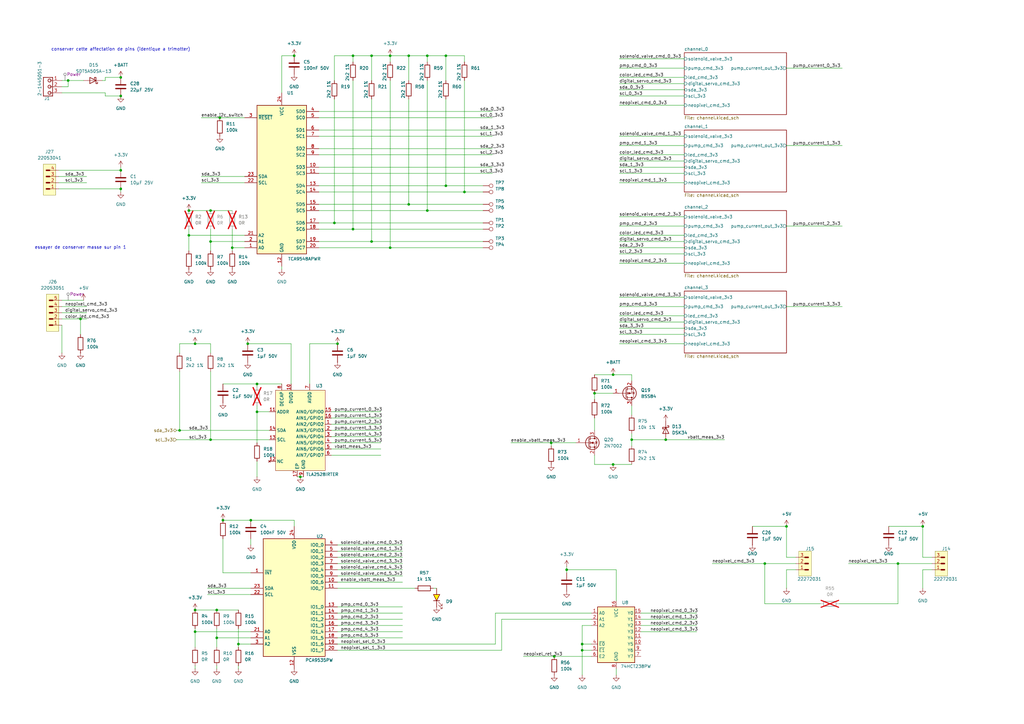
<source format=kicad_sch>
(kicad_sch (version 20250114) (generator "eeschema") (generator_version "9.0")
  (paper "A3")
  (text "conserver cette affectation de pins (identique a trimotter)" (at 49.53 20.32 0) (effects (font (size 1.27 1.27))))
  (text "Top level servo connector" (at 340.868 324.612 0) (effects (font (size 1.27 1.27) (thickness 0.254) (bold yes))))
  (text "essayer de conserver masse sur pin 1" (at 33.02 101.6 0) (effects (font (size 1.27 1.27))))
  (junction (at 105.41 157.48))
  (junction (at 86.36 180.34))
  (junction (at 91.44 213.36))
  (junction (at 168.91 332.74))
  (junction (at 148.59 355.6))
  (junction (at 326.39 370.84))
  (junction (at 218.44 355.6))
  (junction (at 77.47 86.36))
  (junction (at 160.02 101.6))
  (junction (at 152.4 22.86))
  (junction (at 80.01 259.08))
  (junction (at 88.9 261.62))
  (junction (at 119.38 345.44))
  (junction (at 49.53 69.85))
  (junction (at 27.94 33.02))
  (junction (at 102.87 213.36))
  (junction (at 96.52 332.74))
  (junction (at 49.53 77.47))
  (junction (at 138.43 140.97))
  (junction (at 218.44 332.74))
  (junction (at 191.77 332.74))
  (junction (at 167.64 83.82))
  (junction (at 96.52 340.36))
  (junction (at 166.37 332.74))
  (junction (at 275.59 332.74))
  (junction (at 259.08 180.34))
  (junction (at 232.41 332.74))
  (junction (at 105.41 168.91))
  (junction (at 246.38 355.6))
  (junction (at 261.62 330.2))
  (junction (at 251.46 153.67))
  (junction (at 114.3 355.6))
  (junction (at 322.58 215.9))
  (junction (at 368.3 231.14))
  (junction (at 152.4 99.06))
  (junction (at 243.84 161.29))
  (junction (at 167.64 22.86))
  (junction (at 273.05 180.34))
  (junction (at 160.02 22.86))
  (junction (at 86.36 99.06))
  (junction (at 246.38 332.74))
  (junction (at 313.69 231.14))
  (junction (at 49.53 39.37))
  (junction (at 95.25 101.6))
  (junction (at 144.78 93.98))
  (junction (at 224.79 355.6))
  (junction (at 88.9 250.19))
  (junction (at 73.66 176.53))
  (junction (at 204.47 355.6))
  (junction (at 354.33 370.84))
  (junction (at 232.41 355.6))
  (junction (at 182.88 22.86))
  (junction (at 331.47 345.44))
  (junction (at 101.6 140.97))
  (junction (at 175.26 86.36))
  (junction (at 232.41 233.68))
  (junction (at 204.47 332.74))
  (junction (at 80.01 250.19))
  (junction (at 86.36 86.36))
  (junction (at 137.16 91.44))
  (junction (at 80.01 140.97))
  (junction (at 238.76 264.16))
  (junction (at 378.46 215.9))
  (junction (at 238.76 266.7))
  (junction (at 78.74 332.74))
  (junction (at 275.59 330.2))
  (junction (at 182.88 76.2))
  (junction (at 261.62 332.74))
  (junction (at 226.06 181.61))
  (junction (at 123.19 195.58))
  (junction (at 260.35 332.74))
  (junction (at 69.85 355.6))
  (junction (at 49.53 31.75))
  (junction (at 331.47 337.82))
  (junction (at 77.47 96.52))
  (junction (at 120.65 22.86))
  (junction (at 97.79 264.16))
  (junction (at 179.07 345.44))
  (junction (at 175.26 22.86))
  (junction (at 251.46 190.5))
  (junction (at 382.27 370.84))
  (junction (at 190.5 78.74))
  (junction (at 62.23 332.74))
  (junction (at 33.02 130.81))
  (junction (at 144.78 22.86))
  (junction (at 227.33 269.24))
  (junction (at 90.17 48.26))
  (wire (pts (xy 238.76 256.54) (xy 238.76 264.16)))
  (wire (pts (xy 102.87 234.95) (xy 91.44 234.95)))
  (wire (pts (xy 166.37 325.12) (xy 162.56 325.12)))
  (wire (pts (xy 238.76 264.16) (xy 238.76 266.7)))
  (wire (pts (xy 262.89 251.46) (xy 285.75 251.46)))
  (wire (pts (xy 364.49 335.28) (xy 386.08 335.28)))
  (wire (pts (xy 72.39 176.53) (xy 73.66 176.53)))
  (wire (pts (xy 322.58 125.73) (xy 345.44 125.73)))
  (wire (pts (xy 152.4 40.64) (xy 152.4 99.06)))
  (wire (pts (xy 80.01 259.08) (xy 80.01 265.43)))
  (wire (pts (xy 127 157.48) (xy 127 140.97)))
  (wire (pts (xy 130.81 60.96) (xy 201.93 60.96)))
  (wire (pts (xy 24.13 74.93) (xy 35.56 74.93)))
  (wire (pts (xy 130.81 93.98) (xy 144.78 93.98)))
  (wire (pts (xy 138.43 241.3) (xy 170.18 241.3)))
  (wire (pts (xy 182.88 76.2) (xy 198.12 76.2)))
  (wire (pts (xy 127 140.97) (xy 138.43 140.97)))
  (wire (pts (xy 160.02 33.02) (xy 160.02 101.6)))
  (wire (pts (xy 218.44 332.74) (xy 232.41 332.74)))
  (wire (pts (xy 243.84 171.45) (xy 243.84 176.53)))
  (wire (pts (xy 130.81 86.36) (xy 175.26 86.36)))
  (wire (pts (xy 123.19 195.58) (xy 124.46 195.58)))
  (wire (pts (xy 254 88.9) (xy 280.67 88.9)))
  (wire (pts (xy 175.26 25.4) (xy 175.26 22.86)))
  (wire (pts (xy 91.44 157.48) (xy 105.41 157.48)))
  (wire (pts (xy 86.36 180.34) (xy 110.49 180.34)))
  (wire (pts (xy 167.64 83.82) (xy 198.12 83.82)))
  (wire (pts (xy 254 129.54) (xy 280.67 129.54)))
  (wire (pts (xy 261.62 332.74) (xy 265.43 332.74)))
  (wire (pts (xy 25.4 133.35) (xy 25.4 144.78)))
  (wire (pts (xy 138.43 231.14) (xy 165.1 231.14)))
  (wire (pts (xy 120.65 215.9) (xy 120.65 213.36)))
  (wire (pts (xy 265.43 330.2) (xy 261.62 330.2)))
  (wire (pts (xy 77.47 93.98) (xy 77.47 96.52)))
  (wire (pts (xy 109.22 355.6) (xy 109.22 353.06)))
  (wire (pts (xy 105.41 168.91) (xy 105.41 181.61)))
  (wire (pts (xy 73.66 152.4) (xy 73.66 176.53)))
  (wire (pts (xy 254 132.08) (xy 280.67 132.08)))
  (wire (pts (xy 95.25 101.6) (xy 95.25 102.87)))
  (wire (pts (xy 382.27 370.84) (xy 410.21 370.84)))
  (wire (pts (xy 232.41 340.36) (xy 232.41 355.6)))
  (wire (pts (xy 368.3 247.65) (xy 368.3 231.14)))
  (wire (pts (xy 243.84 161.29) (xy 243.84 163.83)))
  (wire (pts (xy 138.43 226.06) (xy 165.1 226.06)))
  (wire (pts (xy 25.4 128.27) (xy 35.56 128.27)))
  (wire (pts (xy 203.2 264.16) (xy 203.2 251.46)))
  (wire (pts (xy 261.62 327.66) (xy 261.62 330.2)))
  (wire (pts (xy 25.4 125.73) (xy 35.56 125.73)))
  (wire (pts (xy 331.47 345.44) (xy 386.08 345.44)))
  (wire (pts (xy 138.43 238.76) (xy 165.1 238.76)))
  (wire (pts (xy 190.5 78.74) (xy 198.12 78.74)))
  (wire (pts (xy 313.69 247.65) (xy 313.69 231.14)))
  (wire (pts (xy 275.59 332.74) (xy 279.4 332.74)))
  (wire (pts (xy 115.57 22.86) (xy 120.65 22.86)))
  (wire (pts (xy 273.05 180.34) (xy 297.18 180.34)))
  (wire (pts (xy 137.16 40.64) (xy 137.16 91.44)))
  (wire (pts (xy 130.81 63.5) (xy 201.93 63.5)))
  (wire (pts (xy 254 63.5) (xy 280.67 63.5)))
  (wire (pts (xy 254 134.62) (xy 280.67 134.62)))
  (wire (pts (xy 73.66 144.78) (xy 73.66 140.97)))
  (wire (pts (xy 254 101.6) (xy 280.67 101.6)))
  (wire (pts (xy 246.38 341.63) (xy 246.38 332.74)))
  (wire (pts (xy 85.09 243.84) (xy 102.87 243.84)))
  (wire (pts (xy 130.81 78.74) (xy 190.5 78.74)))
  (wire (pts (xy 115.57 22.86) (xy 115.57 38.1)))
  (wire (pts (xy 101.6 140.97) (xy 119.38 140.97)))
  (wire (pts (xy 144.78 22.86) (xy 144.78 25.4)))
  (wire (pts (xy 313.69 231.14) (xy 326.39 231.14)))
  (wire (pts (xy 151.13 355.6) (xy 151.13 353.06)))
  (wire (pts (xy 386.08 345.44) (xy 386.08 340.36)))
  (wire (pts (xy 246.38 349.25) (xy 246.38 355.6)))
  (wire (pts (xy 254 74.93) (xy 280.67 74.93)))
  (wire (pts (xy 190.5 25.4) (xy 190.5 22.86)))
  (wire (pts (xy 182.88 349.25) (xy 179.07 349.25)))
  (wire (pts (xy 260.35 332.74) (xy 261.62 332.74)))
  (wire (pts (xy 95.25 101.6) (xy 100.33 101.6)))
  (wire (pts (xy 204.47 355.6) (xy 218.44 355.6)))
  (wire (pts (xy 130.81 53.34) (xy 201.93 53.34)))
  (wire (pts (xy 135.89 186.69) (xy 156.21 186.69)))
  (wire (pts (xy 246.38 332.74) (xy 260.35 332.74)))
  (wire (pts (xy 179.07 354.33) (xy 182.88 354.33)))
  (wire (pts (xy 209.55 181.61) (xy 226.06 181.61)))
  (wire (pts (xy 238.76 264.16) (xy 242.57 264.16)))
  (wire (pts (xy 182.88 351.79) (xy 179.07 351.79)))
  (wire (pts (xy 273.05 327.66) (xy 275.59 327.66)))
  (wire (pts (xy 175.26 22.86) (xy 182.88 22.86)))
  (wire (pts (xy 102.87 261.62) (xy 88.9 261.62)))
  (wire (pts (xy 261.62 330.2) (xy 261.62 332.74)))
  (wire (pts (xy 114.3 355.6) (xy 119.38 355.6)))
  (wire (pts (xy 204.47 340.36) (xy 204.47 355.6)))
  (wire (pts (xy 232.41 234.95) (xy 232.41 233.68)))
  (wire (pts (xy 273.05 330.2) (xy 275.59 330.2)))
  (wire (pts (xy 378.46 233.68) (xy 382.27 233.68)))
  (wire (pts (xy 292.1 231.14) (xy 313.69 231.14)))
  (wire (pts (xy 167.64 22.86) (xy 160.02 22.86)))
  (wire (pts (xy 182.88 40.64) (xy 182.88 76.2)))
  (wire (pts (xy 130.81 45.72) (xy 201.93 45.72)))
  (wire (pts (xy 135.89 176.53) (xy 156.21 176.53)))
  (wire (pts (xy 88.9 273.05) (xy 88.9 274.32)))
  (wire (pts (xy 254 68.58) (xy 280.67 68.58)))
  (wire (pts (xy 218.44 355.6) (xy 224.79 355.6)))
  (wire (pts (xy 162.56 325.12) (xy 162.56 327.66)))
  (wire (pts (xy 102.87 213.36) (xy 120.65 213.36)))
  (wire (pts (xy 88.9 261.62) (xy 88.9 265.43)))
  (wire (pts (xy 115.57 109.22) (xy 115.57 110.49)))
  (wire (pts (xy 109.22 355.6) (xy 114.3 355.6)))
  (wire (pts (xy 62.23 332.74) (xy 78.74 332.74)))
  (wire (pts (xy 161.29 327.66) (xy 162.56 327.66)))
  (wire (pts (xy 24.13 72.39) (xy 35.56 72.39)))
  (wire (pts (xy 96.52 340.36) (xy 135.89 340.36)))
  (wire (pts (xy 25.4 123.19) (xy 34.29 123.19)))
  (wire (pts (xy 259.08 180.34) (xy 259.08 182.88)))
  (wire (pts (xy 49.53 31.75) (xy 43.18 31.75)))
  (wire (pts (xy 138.43 259.08) (xy 165.1 259.08)))
  (wire (pts (xy 146.05 355.6) (xy 146.05 353.06)))
  (wire (pts (xy 190.5 351.79) (xy 198.12 351.79)))
  (wire (pts (xy 242.57 256.54) (xy 238.76 256.54)))
  (wire (pts (xy 137.16 91.44) (xy 198.12 91.44)))
  (wire (pts (xy 119.38 345.44) (xy 135.89 345.44)))
  (wire (pts (xy 243.84 161.29) (xy 251.46 161.29)))
  (wire (pts (xy 252.73 246.38) (xy 252.73 233.68)))
  (wire (pts (xy 322.58 92.71) (xy 345.44 92.71)))
  (wire (pts (xy 105.41 166.37) (xy 105.41 168.91)))
  (wire (pts (xy 254 59.69) (xy 280.67 59.69)))
  (wire (pts (xy 254 34.29) (xy 280.67 34.29)))
  (wire (pts (xy 138.43 256.54) (xy 165.1 256.54)))
  (wire (pts (xy 138.43 248.92) (xy 165.1 248.92)))
  (wire (pts (xy 262.89 259.08) (xy 285.75 259.08)))
  (wire (pts (xy 262.89 254) (xy 285.75 254)))
  (wire (pts (xy 308.61 215.9) (xy 322.58 215.9)))
  (wire (pts (xy 138.43 251.46) (xy 165.1 251.46)))
  (wire (pts (xy 43.18 31.75) (xy 43.18 33.02)))
  (wire (pts (xy 90.17 48.26) (xy 100.33 48.26)))
  (wire (pts (xy 347.98 231.14) (xy 368.3 231.14)))
  (wire (pts (xy 130.81 99.06) (xy 152.4 99.06)))
  (wire (pts (xy 97.79 273.05) (xy 97.79 274.32)))
  (wire (pts (xy 214.63 269.24) (xy 227.33 269.24)))
  (wire (pts (xy 86.36 99.06) (xy 86.36 102.87)))
  (wire (pts (xy 254 140.97) (xy 280.67 140.97)))
  (wire (pts (xy 77.47 96.52) (xy 77.47 102.87)))
  (wire (pts (xy 43.18 33.02) (xy 41.91 33.02)))
  (wire (pts (xy 82.55 74.93) (xy 100.33 74.93)))
  (wire (pts (xy 33.02 130.81) (xy 33.02 137.16)))
  (wire (pts (xy 80.01 250.19) (xy 88.9 250.19)))
  (wire (pts (xy 151.13 355.6) (xy 148.59 355.6)))
  (wire (pts (xy 298.45 370.84) (xy 326.39 370.84)))
  (wire (pts (xy 322.58 27.94) (xy 345.44 27.94)))
  (wire (pts (xy 331.47 337.82) (xy 386.08 337.82)))
  (wire (pts (xy 27.94 35.56) (xy 27.94 33.02)))
  (wire (pts (xy 137.16 22.86) (xy 144.78 22.86)))
  (wire (pts (xy 78.74 332.74) (xy 96.52 332.74)))
  (wire (pts (xy 354.33 370.84) (xy 354.33 372.11)))
  (wire (pts (xy 73.66 176.53) (xy 110.49 176.53)))
  (wire (pts (xy 135.89 168.91) (xy 156.21 168.91)))
  (wire (pts (xy 326.39 370.84) (xy 354.33 370.84)))
  (wire (pts (xy 130.81 71.12) (xy 201.93 71.12)))
  (wire (pts (xy 260.35 340.36) (xy 260.35 355.6)))
  (wire (pts (xy 232.41 232.41) (xy 232.41 233.68)))
  (wire (pts (xy 160.02 101.6) (xy 198.12 101.6)))
  (wire (pts (xy 227.33 269.24) (xy 242.57 269.24)))
  (wire (pts (xy 130.81 76.2) (xy 182.88 76.2)))
  (wire (pts (xy 232.41 233.68) (xy 252.73 233.68)))
  (wire (pts (xy 322.58 215.9) (xy 322.58 228.6)))
  (wire (pts (xy 102.87 220.98) (xy 102.87 223.52)))
  (wire (pts (xy 191.77 332.74) (xy 191.77 337.82)))
  (wire (pts (xy 130.81 48.26) (xy 201.93 48.26)))
  (wire (pts (xy 243.84 186.69) (xy 243.84 190.5)))
  (wire (pts (xy 254 96.52) (xy 280.67 96.52)))
  (wire (pts (xy 129.54 347.98) (xy 135.89 347.98)))
  (wire (pts (xy 254 43.18) (xy 280.67 43.18)))
  (wire (pts (xy 135.89 181.61) (xy 156.21 181.61)))
  (wire (pts (xy 218.44 341.63) (xy 218.44 332.74)))
  (wire (pts (xy 91.44 213.36) (xy 102.87 213.36)))
  (wire (pts (xy 179.07 345.44) (xy 179.07 349.25)))
  (wire (pts (xy 226.06 181.61) (xy 236.22 181.61)))
  (wire (pts (xy 130.81 55.88) (xy 201.93 55.88)))
  (wire (pts (xy 252.73 276.86) (xy 252.73 274.32)))
  (wire (pts (xy 259.08 166.37) (xy 259.08 170.18)))
  (wire (pts (xy 254 71.12) (xy 280.67 71.12)))
  (wire (pts (xy 275.59 327.66) (xy 275.59 330.2)))
  (wire (pts (xy 254 107.95) (xy 280.67 107.95)))
  (wire (pts (xy 167.64 22.86) (xy 175.26 22.86)))
  (wire (pts (xy 86.36 86.36) (xy 95.25 86.36)))
  (wire (pts (xy 102.87 259.08) (xy 80.01 259.08)))
  (wire (pts (xy 378.46 228.6) (xy 382.27 228.6)))
  (wire (pts (xy 97.79 264.16) (xy 102.87 264.16)))
  (wire (pts (xy 105.41 157.48) (xy 115.57 157.48)))
  (wire (pts (xy 130.81 91.44) (xy 137.16 91.44)))
  (wire (pts (xy 24.13 77.47) (xy 49.53 77.47)))
  (wire (pts (xy 232.41 355.6) (xy 246.38 355.6)))
  (wire (pts (xy 254 66.04) (xy 280.67 66.04)))
  (wire (pts (xy 146.05 355.6) (xy 148.59 355.6)))
  (wire (pts (xy 251.46 153.67) (xy 259.08 153.67)))
  (wire (pts (xy 25.4 35.56) (xy 27.94 35.56)))
  (wire (pts (xy 49.53 78.74) (xy 49.53 77.47)))
  (wire (pts (xy 205.74 254) (xy 205.74 266.7)))
  (wire (pts (xy 49.53 68.58) (xy 49.53 69.85)))
  (wire (pts (xy 265.43 327.66) (xy 261.62 327.66)))
  (wire (pts (xy 86.36 140.97) (xy 86.36 144.78)))
  (wire (pts (xy 160.02 22.86) (xy 160.02 25.4)))
  (wire (pts (xy 378.46 215.9) (xy 378.46 228.6)))
  (wire (pts (xy 354.33 370.84) (xy 382.27 370.84)))
  (wire (pts (xy 218.44 349.25) (xy 218.44 355.6)))
  (wire (pts (xy 135.89 171.45) (xy 156.21 171.45)))
  (wire (pts (xy 138.43 266.7) (xy 205.74 266.7)))
  (wire (pts (xy 138.43 261.62) (xy 165.1 261.62)))
  (wire (pts (xy 179.07 351.79) (xy 179.07 354.33)))
  (wire (pts (xy 97.79 265.43) (xy 97.79 264.16)))
  (wire (pts (xy 175.26 86.36) (xy 198.12 86.36)))
  (wire (pts (xy 27.94 33.02) (xy 34.29 33.02)))
  (wire (pts (xy 25.4 33.02) (xy 27.94 33.02)))
  (wire (pts (xy 130.81 83.82) (xy 167.64 83.82)))
  (wire (pts (xy 167.64 33.02) (xy 167.64 22.86)))
  (wire (pts (xy 254 137.16) (xy 280.67 137.16)))
  (wire (pts (xy 189.23 332.74) (xy 191.77 332.74)))
  (wire (pts (xy 86.36 99.06) (xy 100.33 99.06)))
  (wire (pts (xy 78.74 355.6) (xy 78.74 340.36)))
  (wire (pts (xy 378.46 233.68) (xy 378.46 241.3)))
  (wire (pts (xy 224.79 355.6) (xy 232.41 355.6)))
  (wire (pts (xy 166.37 332.74) (xy 168.91 332.74)))
  (wire (pts (xy 85.09 241.3) (xy 102.87 241.3)))
  (wire (pts (xy 259.08 177.8) (xy 259.08 180.34)))
  (wire (pts (xy 144.78 93.98) (xy 198.12 93.98)))
  (wire (pts (xy 322.58 233.68) (xy 322.58 241.3)))
  (wire (pts (xy 80.01 257.81) (xy 80.01 259.08)))
  (wire (pts (xy 161.29 345.44) (xy 179.07 345.44)))
  (wire (pts (xy 191.77 332.74) (xy 204.47 332.74)))
  (wire (pts (xy 82.55 48.26) (xy 90.17 48.26)))
  (wire (pts (xy 130.81 68.58) (xy 201.93 68.58)))
  (wire (pts (xy 62.23 340.36) (xy 62.23 355.6)))
  (wire (pts (xy 24.13 69.85) (xy 49.53 69.85)))
  (wire (pts (xy 254 99.06) (xy 280.67 99.06)))
  (wire (pts (xy 72.39 180.34) (xy 86.36 180.34)))
  (wire (pts (xy 80.01 273.05) (xy 80.01 274.32)))
  (wire (pts (xy 190.5 349.25) (xy 198.12 349.25)))
  (wire (pts (xy 175.26 33.02) (xy 175.26 86.36)))
  (wire (pts (xy 138.43 236.22) (xy 165.1 236.22)))
  (wire (pts (xy 43.18 39.37) (xy 43.18 38.1)))
  (wire (pts (xy 182.88 33.02) (xy 182.88 22.86)))
  (wire (pts (xy 77.47 86.36) (xy 86.36 86.36)))
  (wire (pts (xy 336.55 247.65) (xy 313.69 247.65)))
  (wire (pts (xy 88.9 257.81) (xy 88.9 261.62)))
  (wire (pts (xy 368.3 231.14) (xy 382.27 231.14)))
  (wire (pts (xy 242.57 254) (xy 205.74 254)))
  (wire (pts (xy 322.58 233.68) (xy 326.39 233.68)))
  (wire (pts (xy 254 121.92) (xy 280.67 121.92)))
  (wire (pts (xy 161.29 332.74) (xy 166.37 332.74)))
  (wire (pts (xy 259.08 180.34) (xy 273.05 180.34)))
  (wire (pts (xy 226.06 181.61) (xy 226.06 182.88)))
  (wire (pts (xy 86.36 99.06) (xy 86.36 93.98)))
  (wire (pts (xy 144.78 22.86) (xy 152.4 22.86)))
  (wire (pts (xy 58.42 332.74) (xy 62.23 332.74)))
  (wire (pts (xy 62.23 355.6) (xy 69.85 355.6)))
  (wire (pts (xy 182.88 22.86) (xy 190.5 22.86)))
  (wire (pts (xy 119.38 140.97) (xy 119.38 157.48)))
  (wire (pts (xy 152.4 22.86) (xy 160.02 22.86)))
  (wire (pts (xy 259.08 153.67) (xy 259.08 156.21)))
  (wire (pts (xy 96.52 353.06) (xy 96.52 355.6)))
  (wire (pts (xy 191.77 355.6) (xy 191.77 354.33)))
  (wire (pts (xy 73.66 140.97) (xy 80.01 140.97)))
  (wire (pts (xy 254 125.73) (xy 280.67 125.73)))
  (wire (pts (xy 152.4 99.06) (xy 198.12 99.06)))
  (wire (pts (xy 254 92.71) (xy 280.67 92.71)))
  (wire (pts (xy 96.52 332.74) (xy 135.89 332.74)))
  (wire (pts (xy 179.07 345.44) (xy 191.77 345.44)))
  (wire (pts (xy 86.36 152.4) (xy 86.36 180.34)))
  (wire (pts (xy 168.91 332.74) (xy 181.61 332.74)))
  (wire (pts (xy 105.41 157.48) (xy 105.41 158.75)))
  (wire (pts (xy 137.16 22.86) (xy 137.16 33.02)))
  (wire (pts (xy 135.89 184.15) (xy 156.21 184.15)))
  (wire (pts (xy 25.4 38.1) (xy 43.18 38.1)))
  (wire (pts (xy 344.17 247.65) (xy 368.3 247.65)))
  (wire (pts (xy 95.25 93.98) (xy 95.25 101.6)))
  (wire (pts (xy 246.38 332.74) (xy 232.41 332.74)))
  (wire (pts (xy 144.78 33.02) (xy 144.78 93.98)))
  (wire (pts (xy 198.12 351.79) (xy 198.12 349.25)))
  (wire (pts (xy 179.07 241.3) (xy 177.8 241.3)))
  (wire (pts (xy 97.79 257.81) (xy 97.79 264.16)))
  (wire (pts (xy 96.52 340.36) (xy 96.52 345.44)))
  (wire (pts (xy 254 31.75) (xy 280.67 31.75)))
  (wire (pts (xy 43.18 39.37) (xy 49.53 39.37)))
  (wire (pts (xy 135.89 173.99) (xy 156.21 173.99)))
  (wire (pts (xy 191.77 355.6) (xy 204.47 355.6)))
  (wire (pts (xy 254 39.37) (xy 280.67 39.37)))
  (wire (pts (xy 364.49 215.9) (xy 378.46 215.9)))
  (wire (pts (xy 262.89 256.54) (xy 285.75 256.54)))
  (wire (pts (xy 130.81 101.6) (xy 160.02 101.6)))
  (wire (pts (xy 119.38 355.6) (xy 119.38 353.06)))
  (wire (pts (xy 138.43 264.16) (xy 203.2 264.16)))
  (wire (pts (xy 190.5 354.33) (xy 191.77 354.33)))
  (wire (pts (xy 322.58 59.69) (xy 345.44 59.69)))
  (wire (pts (xy 121.92 195.58) (xy 123.19 195.58)))
  (wire (pts (xy 138.43 223.52) (xy 165.1 223.52)))
  (wire (pts (xy 167.64 40.64) (xy 167.64 83.82)))
  (wire (pts (xy 69.85 355.6) (xy 78.74 355.6)))
  (wire (pts (xy 88.9 250.19) (xy 97.79 250.19)))
  (wire (pts (xy 152.4 22.86) (xy 152.4 33.02)))
  (wire (pts (xy 254 36.83) (xy 280.67 36.83)))
  (wire (pts (xy 25.4 130.81) (xy 33.02 130.81)))
  (wire (pts (xy 80.01 140.97) (xy 86.36 140.97)))
  (wire (pts (xy 275.59 330.2) (xy 275.59 332.74)))
  (wire (pts (xy 251.46 190.5) (xy 259.08 190.5)))
  (wire (pts (xy 190.5 33.02) (xy 190.5 78.74)))
  (wire (pts (xy 138.43 228.6) (xy 165.1 228.6)))
  (wire (pts (xy 203.2 251.46) (xy 242.57 251.46)))
  (wire (pts (xy 105.41 189.23) (xy 105.41 195.58)))
  (wire (pts (xy 33.02 130.81) (xy 35.56 130.81)))
  (wire (pts (xy 204.47 332.74) (xy 218.44 332.74)))
  (wire (pts (xy 246.38 355.6) (xy 260.35 355.6)))
  (wire (pts (xy 138.43 254) (xy 165.1 254)))
  (wire (pts (xy 254 104.14) (xy 280.67 104.14)))
  (wire (pts (xy 238.76 266.7) (xy 242.57 266.7)))
  (wire (pts (xy 91.44 234.95) (xy 91.44 220.98)))
  (wire (pts (xy 110.49 168.91) (xy 105.41 168.91)))
  (wire (pts (xy 254 55.88) (xy 280.67 55.88)))
  (wire (pts (xy 322.58 228.6) (xy 326.39 228.6)))
  (wire (pts (xy 275.59 332.74) (xy 273.05 332.74)))
  (wire (pts (xy 82.55 72.39) (xy 100.33 72.39)))
  (wire (pts (xy 109.22 345.44) (xy 119.38 345.44)))
  (wire (pts (xy 254 27.94) (xy 280.67 27.94)))
  (wire (pts (xy 77.47 96.52) (xy 100.33 96.52)))
  (wire (pts (xy 254 24.13) (xy 280.67 24.13)))
  (wire (pts (xy 238.76 266.7) (xy 238.76 276.86)))
  (wire (pts (xy 243.84 153.67) (xy 251.46 153.67)))
  (wire (pts (xy 135.89 179.07) (xy 156.21 179.07)))
  (wire (pts (xy 138.43 233.68) (xy 165.1 233.68)))
  (wire (pts (xy 243.84 190.5) (xy 251.46 190.5)))
  (label "pmp_cmd_2_3v3" (at 254 92.71 0))
  (label "sda_0_3v3" (at 254 36.83 0))
  (label "pump_current_2_3v3" (at 325.12 92.71 0))
  (label "vbatt_meas_3v3" (at 137.16 184.15 0))
  (label "pmp_cmd_4_3v3" (at 139.7 259.08 0))
  (label "sda_2_3v3" (at 196.85 60.96 0))
  (label "sda_3_3v3" (at 254 134.62 0))
  (label "digital_servo_cmd_3v3" (at 254 132.08 0))
  (label "color_led_cmd_3v3" (at 26.67 130.81 0))
  (label "neopixel_cmd_2_3v3" (at 254 107.95 0))
  (label "scl_0_3v3" (at 196.85 48.26 0))
  (label "sda_3v3" (at 26.67 72.39 0))
  (label "color_led_cmd_3v3" (at 254 63.5 0))
  (label "pump_current_0_3v3" (at 325.12 27.94 0))
  (label "scl_2_3v3" (at 254 104.14 0))
  (label "pmp_cmd_3_3v3" (at 139.7 256.54 0))
  (label "enable_i2c_switch" (at 82.55 48.26 0))
  (label "solenoid_valve_cmd_3_3v3" (at 254 121.92 0))
  (label "solenoid_valve_cmd_1_3v3" (at 139.7 226.06 0))
  (label "pmp_cmd_2_3v3" (at 139.7 254 0))
  (label "solenoid_valve_cmd_0_3v3" (at 254 24.13 0))
  (label "scl_3v3" (at 85.09 243.84 0))
  (label "neopixel_cmd_3_3v3" (at 254 140.97 0))
  (label "digital_servo_cmd_3v3" (at 254 99.06 0))
  (label "neopixel_cmd_3_3v3" (at 266.7 259.08 0))
  (label "pmp_cmd_3_3v3" (at 254 125.73 0))
  (label "sda_3v3" (at 82.55 72.39 0))
  (label "pump_current_2_3v3" (at 137.16 173.99 0))
  (label "sda_2_3v3" (at 254 101.6 0))
  (label "solenoid_valve_cmd_1_3v3" (at 254 55.88 0))
  (label "pump_current_5_3v3" (at 137.16 181.61 0))
  (label "scl_3v3" (at 77.47 180.34 0))
  (label "sda_3v3" (at 85.09 241.3 0))
  (label "" (at 256.54 44.45 0))
  (label "solenoid_valve_cmd_2_3v3" (at 139.7 228.6 0))
  (label "pump_current_4_3v3" (at 137.16 179.07 0))
  (label "pump_current_1_3v3" (at 325.12 59.69 0))
  (label "pump_current_3_3v3" (at 137.16 176.53 0))
  (label "color_led_cmd_3v3" (at 254 96.52 0))
  (label "scl_2_3v3" (at 196.85 63.5 0))
  (label "neopixel_ret_3v3" (at 214.63 269.24 0))
  (label "neopixel_sel_0_3v3" (at 139.7 264.16 0))
  (label "neopixel_cmd_3v3" (at 292.1 231.14 0))
  (label "neopixel_cmd_0_3v3" (at 254 43.18 0))
  (label "pmp_cmd_0_3v3" (at 139.7 248.92 0))
  (label "sda_3v3" (at 77.47 176.53 0))
  (label "solenoid_valve_cmd_4_3v3" (at 139.7 233.68 0))
  (label "scl_1_3v3" (at 254 71.12 0))
  (label "pump_current_0_3v3" (at 137.16 168.91 0))
  (label "scl_3_3v3" (at 254 137.16 0))
  (label "pmp_cmd_1_3v3" (at 139.7 251.46 0))
  (label "color_led_cmd_3v3" (at 254 31.75 0))
  (label "digital_servo_cmd_3v3" (at 254 66.04 0))
  (label "neopixel_cmd_2_3v3" (at 266.7 256.54 0))
  (label "pmp_cmd_1_3v3" (at 254 59.69 0))
  (label "digital_servo_cmd_3v3" (at 26.67 128.27 0))
  (label "solenoid_valve_cmd_3_3v3" (at 139.7 231.14 0))
  (label "sda_1_3v3" (at 254 68.58 0))
  (label "pump_current_1_3v3" (at 137.16 171.45 0))
  (label "vbatt_meas_3v3" (at 281.94 180.34 0))
  (label "pump_current_3_3v3" (at 325.12 125.73 0))
  (label "sda_0_3v3" (at 196.85 45.72 0))
  (label "neopixel_cmd_1_3v3" (at 254 74.93 0))
  (label "pmp_cmd_0_3v3" (at 254 27.94 0))
  (label "fb_5v" (at 176.53 345.44 0))
  (label "solenoid_valve_cmd_2_3v3" (at 254 88.9 0))
  (label "color_led_cmd_3v3" (at 254 129.54 0))
  (label "scl_3v3" (at 82.55 74.93 0))
  (label "neopixel_cmd_3v3" (at 26.67 125.73 0))
  (label "solenoid_valve_cmd_0_3v3" (at 139.7 223.52 0))
  (label "neopixel_sel_1_3v3" (at 139.7 266.7 0))
  (label "solenoid_valve_cmd_5_3v3" (at 139.7 236.22 0))
  (label "sda_1_3v3" (at 196.85 53.34 0))
  (label "digital_servo_cmd_3v3" (at 254 34.29 0))
  (label "neopixel_cmd_1_3v3" (at 266.7 254 0))
  (label "pmp_cmd_5_3v3" (at 139.7 261.62 0))
  (label "sda_3_3v3" (at 196.85 68.58 0))
  (label "en_5v" (at 127 340.36 0))
  (label "enable_vbatt_meas_3v3" (at 139.7 238.76 0))
  (label "scl_3v3" (at 26.67 74.93 0))
  (label "scl_0_3v3" (at 254 39.37 0))
  (label "" (at 142.24 266.7 0))
  (label "scl_3_3v3" (at 196.85 71.12 0))
  (label "enable_vbatt_meas_3v3" (at 209.55 181.61 0))
  (label "neopixel_cmd_0_3v3" (at 266.7 251.46 0))
  (label "scl_1_3v3" (at 196.85 55.88 0))
  (label "digital_servo_cmd_3v3" (at 364.49 335.28 0))
  (label "neopixel_ret_3v3" (at 347.98 231.14 0))
  (hierarchical_label "scl_3v3" (shape input) (at 72.39 180.34 180))
  (hierarchical_label "sda_3v3" (shape bidirectional) (at 72.39 176.53 180))
  (hierarchical_label "digital_servo_cmd_3v3" (shape input) (at 364.49 335.28 180))
  (netclass_flag "" (length 2.54) (shape round) (at 72.39 332.74 0) (property "Netclass" "Power" (at 73.0885 330.2 0) (effects (justify left))))
  (netclass_flag "" (length 2.54) (shape round) (at 27.94 123.19 0) (property "Netclass" "Power" (at 28.6385 120.65 0) (effects (justify left))))
  (netclass_flag "" (length 2.54) (shape round) (at 274.32 327.66 0) (property "Netclass" "Power" (at 275.0185 325.12 0) (effects (justify left))))
  (netclass_flag "" (length 2.54) (shape round) (at 224.79 332.74 0) (property "Netclass" "Power" (at 225.4885 330.2 0) (effects (justify left))))
  (netclass_flag "" (length 2.54) (shape round) (at 26.67 33.02 0) (property "Netclass" "Power" (at 27.3685 30.48 0) (effects (justify left))))
  (symbol (lib_id "power:+3.3V") (at 80.01 140.97 0) (unit 1)
    (property "Reference" "#PWR05" (effects (hide yes)))
    (property "Value" "+3.3V" (at 80.01 135.89 0))
    (property "Description" "Power symbol creates a global label with name \"+3.3V\"" (effects (hide yes)))
  )
  (symbol (lib_id "power:GND") (at 226.06 190.5 0) (unit 1)
    (property "Reference" "#PWR089" (effects (hide yes)))
    (property "Value" "GND" (at 226.06 195.58 0))
    (property "Description" "Power symbol creates a global label with name \"GND\" , ground" (effects (hide yes)))
  )
  (symbol (lib_id "cocotter_resistors:R_100k_0603_1%") (at 226.06 186.69 0) (unit 1)
    (property "Reference" "R73" (at 228.6 185.4199 0) (effects (justify left)))
    (property "Value" "100k" (at 228.6 187.9599 0) (effects (justify left)))
    (property "Footprint" "cocotter_resistor:r0603_reflow" (effects (hide yes)))
    (property "Description" "Resistor" (effects (hide yes)))
    (property "Specification" "100k 0603 1% 100mW" (effects (hide yes)))
    (property "mouser" "603-RC0603FR-10100KL" (effects (hide yes)))
    (property "JLCPCB Part #" "C25803" (effects (hide yes)))
  )
  (symbol (lib_id "cocotter_resistors:R_2k2_0603_1%") (at 167.64 36.83 0) (unit 1)
    (property "Reference" "R58" (at 170.18 35.5599 0) (effects (justify left)))
    (property "Value" "2k2 1%" (at 165.354 40.386 90) (effects (justify left)))
    (property "Footprint" "cocotter_resistor:r0603_reflow" (effects (hide yes)))
    (property "Description" "Resistor" (effects (hide yes)))
    (property "Specification" "2k2 0603 1% 100mW" (effects (hide yes)))
    (property "mouser" "603-RC0603FR-10100KL" (effects (hide yes)))
    (property "JLCPCB Part #" "C4190" (effects (hide yes)))
  )
  (symbol (lib_id "cocotter_diodes:SDT5A50SA-13") (at 168.91 336.55 270) (unit 1)
    (property "Reference" "D14" (at 171.45 335.2799 90) (effects (justify left)))
    (property "Value" "SDT5A50SA-13" (at 171.45 337.8199 90) (effects (justify left)))
    (property "Footprint" "cocotter_diodes:D_SMA" (effects (hide yes)))
    (property "Datasheet" "https://www.mouser.fr/datasheet/2/115/DIOD_S_A0006646692_1-2542970.pdf" (effects (hide yes)))
    (property "Description" "50V 520mV@5A 5A SOD-123 Schottky Barrier Diodes" (effects (hide yes)))
    (property "Sim.Device" "D" (effects (hide yes)))
    (property "Sim.Pins" "1=K 2=A" (effects (hide yes)))
    (property "specification" "Vfmax=520mV@5A, Imax = 5A, VR max = 50V" (effects (hide yes)))
    (property "JLCPCB Part #" "C6802582" (effects (hide yes)))
  )
  (symbol (lib_id "power:+6V") (at 331.47 337.82 0) (unit 1)
    (property "Reference" "#PWR0116" (effects (hide yes)))
    (property "Value" "+6V" (at 331.47 332.74 0))
    (property "Description" "Power symbol creates a global label with name \"+6V\"" (effects (hide yes)))
  )
  (symbol (lib_id "power:GND") (at 91.44 165.1 0) (unit 1)
    (property "Reference" "#PWR011" (effects (hide yes)))
    (property "Value" "GND" (at 91.44 170.18 0))
    (property "Description" "Power symbol creates a global label with name \"GND\" , ground" (effects (hide yes)))
  )
  (symbol (lib_id "cocotter_resistors:R_10k_0603_1%") (at 96.52 349.25 0) (unit 1)
    (property "Reference" "R78" (at 99.06 347.9799 0) (effects (justify left)))
    (property "Value" "10k 1%" (at 99.06 350.5199 0) (effects (justify left)))
    (property "Footprint" "cocotter_resistor:r0603_reflow" (effects (hide yes)))
    (property "Description" "Resistor" (effects (hide yes)))
    (property "Specification" "10k 0603 1% 100mW" (effects (hide yes)))
    (property "mouser" "603-RC0603FR-10100KL" (effects (hide yes)))
    (property "JLCPCB Part #" "C25804" (effects (hide yes)))
  )
  (symbol (lib_id "power:GND") (at 86.36 110.49 0) (unit 1)
    (property "Reference" "#PWR08" (effects (hide yes)))
    (property "Value" "GND" (at 86.36 115.57 0))
    (property "Description" "Power symbol creates a global label with name \"GND\" , ground" (effects (hide yes)))
  )
  (symbol (lib_id "power:GND") (at 33.02 144.78 0) (unit 1)
    (property "Reference" "#PWR091" (effects (hide yes)))
    (property "Value" "GND" (at 33.02 149.86 0))
    (property "Description" "Power symbol creates a global label with name \"GND\" , ground" (effects (hide yes)))
  )
  (symbol (lib_id "cocotter_resistors:R_100k_0603_1%") (at 243.84 167.64 0) (unit 1)
    (property "Reference" "R72" (at 246.38 166.3699 0) (effects (justify left)))
    (property "Value" "100k" (at 246.38 168.9099 0) (effects (justify left)))
    (property "Footprint" "cocotter_resistor:r0603_reflow" (effects (hide yes)))
    (property "Description" "Resistor" (effects (hide yes)))
    (property "Specification" "100k 0603 1% 100mW" (effects (hide yes)))
    (property "mouser" "603-RC0603FR-10100KL" (effects (hide yes)))
    (property "JLCPCB Part #" "C25803" (effects (hide yes)))
  )
  (symbol (lib_id "cocotter_resistors:R_100k_0603_1%") (at 90.17 52.07 0) (unit 1)
    (property "Reference" "R11" (at 92.71 50.7999 0) (effects (justify left)))
    (property "Value" "100k" (at 92.71 53.3399 0) (effects (justify left)))
    (property "Footprint" "cocotter_resistor:r0603_reflow" (effects (hide yes)))
    (property "Description" "Resistor" (effects (hide yes)))
    (property "Specification" "100k 0603 1% 100mW" (effects (hide yes)))
    (property "mouser" "603-RC0603FR-10100KL" (effects (hide yes)))
    (property "JLCPCB Part #" "C25803" (effects (hide yes)))
  )
  (symbol (lib_id "power:+5V") (at 322.58 215.9 0) (unit 1)
    (property "Reference" "#PWR075" (effects (hide yes)))
    (property "Value" "+5V" (at 322.58 210.82 0))
    (property "Description" "Power symbol creates a global label with name \"+5V\"" (effects (hide yes)))
  )
  (symbol (lib_id "cocotter_resistors:R_100k_0603_1%") (at 33.02 140.97 0) (unit 1)
    (property "Reference" "R76" (at 35.56 139.6999 0) (effects (justify left)))
    (property "Value" "100k" (at 35.56 142.2399 0) (effects (justify left)))
    (property "Footprint" "cocotter_resistor:r0603_reflow" (effects (hide yes)))
    (property "Description" "Resistor" (effects (hide yes)))
    (property "Specification" "100k 0603 1% 100mW" (effects (hide yes)))
    (property "mouser" "603-RC0603FR-10100KL" (effects (hide yes)))
    (property "JLCPCB Part #" "C25803" (effects (hide yes)))
  )
  (symbol (lib_id "cocotter_inductors:BMRA0606306R8MA1") (at 185.42 332.74 90) (unit 1)
    (property "Reference" "L1" (at 185.42 327.66 90))
    (property "Value" "6.8µH" (at 185.42 330.2 90))
    (property "Footprint" "cocotter_inductors:BMRx00060630" (effects (hide yes)))
    (property "Datasheet" "https://www.mouser.fr/datasheet/2/447/BMRx_Series-2089782.pdf" (effects (hide yes)))
    (property "Description" "6.8 µH, I rms 8A, Isat 4.5A, DCR 60 mOhms" (effects (hide yes)))
    (property "JLCPCB Part #" "C2838323" (effects (hide yes)))
    (property "MOUSER" "581-LMLP07A7M2R2DTAS" (effects (hide yes)))
  )
  (symbol (lib_id "power:GND") (at 102.87 223.52 0) (unit 1)
    (property "Reference" "#PWR017" (effects (hide yes)))
    (property "Value" "GND" (at 102.87 228.6 0))
    (property "Description" "Power symbol creates a global label with name \"GND\" , ground" (effects (hide yes)))
  )
  (symbol (lib_id "cocotter_resistors:R_1k_0603_1%") (at 173.99 241.3 90) (unit 1)
    (property "Reference" "R57" (at 173.99 234.95 90))
    (property "Value" "1k 1%" (at 173.99 237.49 90))
    (property "Footprint" "cocotter_resistor:r0603_reflow" (effects (hide yes)))
    (property "Description" "Resistor" (effects (hide yes)))
    (property "Specification" "10k 0603 1% 100mW" (effects (hide yes)))
    (property "mouser" "603-RC0603FR-10100KL" (effects (hide yes)))
    (property "JLCPCB Part #" "C2991540" (effects (hide yes)))
  )
  (symbol (lib_id "cocotter_resistors:R_0R_0603") (at 80.01 269.24 0) (unit 1)
    (property "Reference" "R5" (at 82.55 267.9699 0) (effects (justify left)))
    (property "Value" "0R" (at 82.55 270.5099 0) (effects (justify left)))
    (property "Footprint" "cocotter_resistor:r0603_reflow" (effects (hide yes)))
    (property "Description" "Resistor" (effects (hide yes)))
    (property "Specification" "0R 0603 20mOhms max 100mW" (effects (hide yes)))
    (property "JLCPCB Part #" "C431718" (effects (hide yes)))
  )
  (symbol (lib_id "cocotter_ic:TLA2528IRTER") (at 123.19 176.53 0) (unit 1)
    (property "Reference" "U3" (at 129.54 158.242 0) (effects (justify left)))
    (property "Value" "TLA2528IRTER" (at 125.476 194.564 0) (effects (justify left)))
    (property "Footprint" "cocotter_ic:RTE0016C" (effects (hide yes)))
    (property "Description" "Small, 8-Channel, 12-Bit ADC With I2C Interface and GPIOs" (effects (hide yes)))
    (property "JLCPCB Part #" "C2866175" (effects (hide yes)))
  )
  (symbol (lib_id "cocotter_others:TestPoint_0.8mm") (at 198.12 78.74 270) (unit 1) (in_bom no)
    (property "Reference" "TP8" (at 203.2 77.4699 90) (effects (justify left)))
    (property "Value" "TestPoint" (effects (hide yes)))
    (property "Footprint" "cocotter_others:testpoint-THT-0.8mm" (effects (hide yes)))
    (property "Description" "test point" (effects (hide yes)))
  )
  (symbol (lib_id "cocotter_ic:74HCT238PW") (at 252.73 260.35 0) (unit 1)
    (property "Reference" "U8" (at 255.016 247.142 0) (effects (justify left)))
    (property "Value" "74HCT238PW" (at 254.508 273.304 0) (effects (justify left)))
    (property "Footprint" "cocotter_ic:TSSOP-16_4.4x5mm_P0.65mm" (effects (hide yes)))
    (property "Description" "3-Line to 8-Line Decoders Demultiplexers non inverting" (effects (hide yes)))
    (property "JLC#" "C547472" (effects (hide yes)))
  )
  (symbol (lib_id "cocotter_capacitors:C_100nF_50V_0603") (at 120.65 26.67 0) (unit 1)
    (property "Reference" "C5" (at 124.46 25.3999 0) (effects (justify left)))
    (property "Value" "100nF 50V" (at 124.46 27.9399 0) (effects (justify left)))
    (property "Footprint" "cocotter_capacitors:C_0603_1608Metric" (effects (hide yes)))
    (property "Description" "Unpolarized capacitor tol +/-10%" (effects (hide yes)))
    (property "Specification" "100nF 50V X7R 0603 " (effects (hide yes)))
    (property "JLCPCB Part #" "C14663" (effects (hide yes)))
  )
  (symbol (lib_id "power:+BATT") (at 251.46 153.67 0) (unit 1)
    (property "Reference" "#PWR087" (effects (hide yes)))
    (property "Value" "+BATT" (at 251.46 148.59 0))
    (property "Description" "Power symbol creates a global label with name \"+BATT\"" (effects (hide yes)))
  )
  (symbol (lib_id "cocotter_transistors:BSS84") (at 256.54 161.29 0) (mirror x) (unit 1)
    (property "Reference" "Q19" (at 262.89 160.0199 0) (effects (justify left)))
    (property "Value" "BSS84" (at 262.89 162.5599 0) (effects (justify left)))
    (property "Footprint" "cocotter_transistors:SOT-23-3" (effects (hide yes)))
    (property "Datasheet" "http://assets.nexperia.com/documents/data-sheet/BSS84.pdf" (effects (hide yes)))
    (property "Description" "-0.13A Id, -50V Vds, P-Channel MOSFET, SOT-23" (effects (hide yes)))
  )
  (symbol (lib_id "cocotter_resistors:R_10k_0603_1%") (at 259.08 173.99 0) (unit 1)
    (property "Reference" "R75" (at 261.62 172.7199 0) (effects (justify left)))
    (property "Value" "10k 1%" (at 261.62 175.2599 0) (effects (justify left)))
    (property "Footprint" "cocotter_resistor:r0603_reflow" (effects (hide yes)))
    (property "Description" "Resistor" (effects (hide yes)))
    (property "Specification" "10k 0603 1% 100mW" (effects (hide yes)))
    (property "mouser" "603-RC0603FR-10100KL" (effects (hide yes)))
    (property "JLCPCB Part #" "C25804" (effects (hide yes)))
  )
  (symbol (lib_id "power:GND") (at 322.58 241.3 0) (unit 1)
    (property "Reference" "#PWR076" (effects (hide yes)))
    (property "Value" "GND" (at 322.58 246.38 0))
    (property "Description" "Power symbol creates a global label with name \"GND\" , ground" (effects (hide yes)))
  )
  (symbol (lib_id "cocotter_connectors:2-1445051-3") (at 21.59 35.56 0) (mirror x) (unit 1)
    (property "Reference" "J1" (at 19.304 40.386 0))
    (property "Value" "2-1445051-3" (at 16.256 32.258 90))
    (property "Footprint" "cocotter_connectors:2-1445051-3" (effects (hide yes)))
    (property "Description" "1x3POS micro Mate'n LOK, through hole, vertical" (effects (hide yes)))
    (property "JLCPCB Part #" "C17473329" (effects (hide yes)))
  )
  (symbol (lib_id "cocotter_others:TestPoint_0.8mm") (at 198.12 91.44 270) (unit 1) (in_bom no)
    (property "Reference" "TP1" (at 203.2 90.1699 90) (effects (justify left)))
    (property "Value" "TestPoint" (effects (hide yes)))
    (property "Footprint" "cocotter_others:testpoint-THT-0.8mm" (effects (hide yes)))
    (property "Description" "test point" (effects (hide yes)))
  )
  (symbol (lib_id "power:+BATT") (at 58.42 332.74 0) (unit 1)
    (property "Reference" "#PWR099" (effects (hide yes)))
    (property "Value" "+BATT" (at 58.42 327.66 0))
    (property "Description" "Power symbol creates a global label with name \"+BATT\"" (effects (hide yes)))
  )
  (symbol (lib_id "power:+3.3V") (at 80.01 250.19 0) (unit 1)
    (property "Reference" "#PWR06" (effects (hide yes)))
    (property "Value" "+3.3V" (at 80.01 245.11 0))
    (property "Description" "Power symbol creates a global label with name \"+3.3V\"" (effects (hide yes)))
  )
  (symbol (lib_id "power:GND") (at 138.43 148.59 0) (unit 1)
    (property "Reference" "#PWR025" (effects (hide yes)))
    (property "Value" "GND" (at 138.43 153.67 0))
    (property "Description" "Power symbol creates a global label with name \"GND\" , ground" (effects (hide yes)))
  )
  (symbol (lib_id "power:GND") (at 49.53 78.74 0) (unit 1)
    (property "Reference" "#PWR02" (effects (hide yes)))
    (property "Value" "GND" (at 49.53 83.82 0))
    (property "Description" "Power symbol creates a global label with name \"GND\" , ground" (effects (hide yes)))
  )
  (symbol (lib_id "power:GND") (at 251.46 190.5 0) (unit 1)
    (property "Reference" "#PWR088" (effects (hide yes)))
    (property "Value" "GND" (at 251.46 195.58 0))
    (property "Description" "Power symbol creates a global label with name \"GND\" , ground" (effects (hide yes)))
  )
  (symbol (lib_id "cocotter_connectors:22272041") (at 24.13 74.93 0) (unit 1)
    (property "Reference" "J27" (at 20.32 62.23 0))
    (property "Value" "22053041" (at 20.32 64.77 0))
    (property "Footprint" "cocotter_connectors:22272041" (effects (hide yes)))
    (property "Datasheet" "https://www.molex.com/en-us/products/part-detail/22272041" (effects (hide yes)))
    (property "Description" "mini kk 4 voies vertical" (effects (hide yes)))
    (property "JLCPCB Part #" "C504991" (effects (hide yes)))
  )
  (symbol (lib_id "cocotter_resistors:R_0R_0603") (at 77.47 90.17 0) (unit 1) (dnp yes)
    (property "Reference" "R2" (at 80.01 88.8999 0) (effects (justify left)))
    (property "Value" "0R" (at 80.01 91.4399 0) (effects (justify left)))
    (property "Footprint" "cocotter_resistor:r0603_reflow" (effects (hide yes)))
    (property "Description" "Resistor" (effects (hide yes)))
    (property "Specification" "0R 0603 20mOhms max 100mW" (effects (hide yes)))
    (property "JLCPCB Part #" "C431718" (effects (hide yes)))
  )
  (symbol (lib_id "power:GND") (at 364.49 223.52 0) (unit 1)
    (property "Reference" "#PWR073" (effects (hide yes)))
    (property "Value" "GND" (at 364.49 227.076 0))
    (property "Description" "Power symbol creates a global label with name \"GND\" , ground" (effects (hide yes)))
  )
  (symbol (lib_id "cocotter_resistors:R_2k2_0603_1%") (at 152.4 36.83 0) (unit 1)
    (property "Reference" "R21" (at 154.94 35.5599 0) (effects (justify left)))
    (property "Value" "2k2 1%" (at 150.114 40.386 90) (effects (justify left)))
    (property "Footprint" "cocotter_resistor:r0603_reflow" (effects (hide yes)))
    (property "Description" "Resistor" (effects (hide yes)))
    (property "Specification" "2k2 0603 1% 100mW" (effects (hide yes)))
    (property "mouser" "603-RC0603FR-10100KL" (effects (hide yes)))
    (property "JLCPCB Part #" "C4190" (effects (hide yes)))
  )
  (symbol (lib_id "cocotter_capacitors:C_22µF_16V_1206_X5R") (at 232.41 336.55 0) (unit 1)
    (property "Reference" "C18" (at 236.22 335.2799 0) (effects (justify left)))
    (property "Value" "22µF 16V" (at 236.22 337.8199 0) (effects (justify left)))
    (property "Footprint" "cocotter_capacitors:C_1206_3216Metric" (effects (hide yes)))
    (property "Description" "Unpolarized capacitor" (effects (hide yes)))
    (property "Specification" "10µF 16V X7R 0805 " (effects (hide yes)))
  )
  (symbol (lib_id "cocotter_resistors:R_0R_0603") (at 269.24 327.66 90) (unit 1)
    (property "Reference" "R85" (at 264.414 326.39 90))
    (property "Value" "0R" (at 269.24 327.66 90))
    (property "Footprint" "cocotter_resistor:r0603_reflow" (effects (hide yes)))
    (property "Description" "Resistor" (effects (hide yes)))
    (property "Specification" "0R 0603 20mOhms max 100mW" (effects (hide yes)))
    (property "JLCPCB Part #" "C431718" (effects (hide yes)))
  )
  (symbol (lib_id "cocotter_capacitors:C_1µF_50V_0805") (at 91.44 161.29 0) (unit 1)
    (property "Reference" "C2" (at 95.25 160.0199 0) (effects (justify left)))
    (property "Value" "1µF 50V" (at 95.25 162.5599 0) (effects (justify left)))
    (property "Footprint" "cocotter_capacitors:C_0805_2012Metric" (effects (hide yes)))
    (property "Description" "Unpolarized capacitor X7R" (effects (hide yes)))
    (property "Specification" "1µF 50V X7R 0805 " (effects (hide yes)))
    (property "JLCPCB Part #" "C28323" (effects (hide yes)))
  )
  (symbol (lib_id "cocotter_capacitors:C_22µF_16V_1206_X5R") (at 218.44 345.44 0) (unit 1)
    (property "Reference" "C17" (at 222.25 344.1699 0) (effects (justify left)))
    (property "Value" "22µF 16V" (at 222.25 346.7099 0) (effects (justify left)))
    (property "Footprint" "cocotter_capacitors:C_1206_3216Metric" (effects (hide yes)))
    (property "Description" "Unpolarized capacitor" (effects (hide yes)))
    (property "Specification" "10µF 16V X7R 0805 " (effects (hide yes)))
  )
  (symbol (lib_id "power:GND") (at 88.9 274.32 0) (unit 1)
    (property "Reference" "#PWR09" (effects (hide yes)))
    (property "Value" "GND" (at 88.9 279.4 0))
    (property "Description" "Power symbol creates a global label with name \"GND\" , ground" (effects (hide yes)))
  )
  (symbol (lib_id "cocotter_resistors:R_100k_0603_1%") (at 95.25 106.68 0) (unit 1)
    (property "Reference" "R14" (at 97.79 105.4099 0) (effects (justify left)))
    (property "Value" "100k" (at 97.79 107.9499 0) (effects (justify left)))
    (property "Footprint" "cocotter_resistor:r0603_reflow" (effects (hide yes)))
    (property "Description" "Resistor" (effects (hide yes)))
    (property "Specification" "100k 0603 1% 100mW" (effects (hide yes)))
    (property "mouser" "603-RC0603FR-10100KL" (effects (hide yes)))
    (property "JLCPCB Part #" "C25803" (effects (hide yes)))
  )
  (symbol (lib_id "cocotter_connectors:22272031") (at 326.39 231.14 0) (mirror y) (unit 1)
    (property "Reference" "J15" (at 332.232 225.044 0))
    (property "Value" "22272031" (at 331.978 237.49 0))
    (property "Footprint" "cocotter_connectors:22272031" (effects (hide yes)))
    (property "Datasheet" "https://www.molex.com/en-us/products/part-detail/22272031" (effects (hide yes)))
    (property "Description" "mini kk 3 voies vertical" (effects (hide yes)))
    (property "JLCPCB Part #" "C471416" (effects (hide yes)))
  )
  (symbol (lib_id "cocotter_resistors:R_100k_0603_1%") (at 109.22 349.25 0) (unit 1)
    (property "Reference" "R79" (at 111.76 347.9799 0) (effects (justify left)))
    (property "Value" "100k" (at 111.76 350.5199 0) (effects (justify left)))
    (property "Footprint" "cocotter_resistor:r0603_reflow" (effects (hide yes)))
    (property "Description" "Resistor" (effects (hide yes)))
    (property "Specification" "100k 0603 1% 100mW" (effects (hide yes)))
    (property "mouser" "603-RC0603FR-10100KL" (effects (hide yes)))
    (property "JLCPCB Part #" "C25803" (effects (hide yes)))
  )
  (symbol (lib_id "cocotter_resistors:R_2k2_0603_1%") (at 190.5 29.21 0) (unit 1)
    (property "Reference" "R61" (at 193.04 27.9399 0) (effects (justify left)))
    (property "Value" "2k2 1%" (at 188.214 33.274 90) (effects (justify left)))
    (property "Footprint" "cocotter_resistor:r0603_reflow" (effects (hide yes)))
    (property "Description" "Resistor" (effects (hide yes)))
    (property "Specification" "2k2 0603 1% 100mW" (effects (hide yes)))
    (property "mouser" "603-RC0603FR-10100KL" (effects (hide yes)))
    (property "JLCPCB Part #" "C4190" (effects (hide yes)))
  )
  (symbol (lib_id "power:GND") (at 179.07 248.92 0) (unit 1)
    (property "Reference" "#PWR0119" (effects (hide yes)))
    (property "Value" "GND" (at 179.07 254 0))
    (property "Description" "Power symbol creates a global label with name \"GND\" , ground" (effects (hide yes)))
  )
  (symbol (lib_id "power:+3.3V") (at 101.6 140.97 0) (unit 1)
    (property "Reference" "#PWR015" (effects (hide yes)))
    (property "Value" "+3.3V" (at 101.6 135.89 0))
    (property "Description" "Power symbol creates a global label with name \"+3.3V\"" (effects (hide yes)))
  )
  (symbol (lib_id "cocotter_others:MountingHole_Pad_M3") (at 354.33 368.3 0) (unit 1) (exclude_from_sim yes) (in_bom no)
    (property "Reference" "H3" (at 356.87 365.7599 0) (effects (justify left)))
    (property "Value" "MountingHole_Pad_M3" (at 356.87 368.2999 0) (effects (justify left)))
    (property "Footprint" "cocotter_others:MountingHole_3.2mm_M3_Pad_Via" (effects (hide yes)))
    (property "Description" "Mounting Hole with connection" (effects (hide yes)))
  )
  (symbol (lib_id "power:GND") (at 114.3 355.6 0) (unit 1)
    (property "Reference" "#PWR093" (effects (hide yes)))
    (property "Value" "GND" (at 114.3 360.68 0))
    (property "Description" "Power symbol creates a global label with name \"GND\" , ground" (effects (hide yes)))
  )
  (symbol (lib_id "cocotter_resistors:R_100k_0603_1%") (at 119.38 349.25 0) (unit 1)
    (property "Reference" "R80" (at 121.92 347.9799 0) (effects (justify left)))
    (property "Value" "100k" (at 121.92 350.5199 0) (effects (justify left)))
    (property "Footprint" "cocotter_resistor:r0603_reflow" (effects (hide yes)))
    (property "Description" "Resistor" (effects (hide yes)))
    (property "Specification" "100k 0603 1% 100mW" (effects (hide yes)))
    (property "mouser" "603-RC0603FR-10100KL" (effects (hide yes)))
    (property "JLCPCB Part #" "C25803" (effects (hide yes)))
  )
  (symbol (lib_id "power:GND") (at 224.79 355.6 0) (unit 1)
    (property "Reference" "#PWR097" (effects (hide yes)))
    (property "Value" "GND" (at 224.79 360.68 0))
    (property "Description" "Power symbol creates a global label with name \"GND\" , ground" (effects (hide yes)))
  )
  (symbol (lib_id "cocotter_others:MountingHole_Pad_M3") (at 382.27 368.3 0) (unit 1) (exclude_from_sim yes) (in_bom no)
    (property "Reference" "H4" (at 384.81 365.7599 0) (effects (justify left)))
    (property "Value" "MountingHole_Pad_M3" (at 384.81 368.2999 0) (effects (justify left)))
    (property "Footprint" "cocotter_others:MountingHole_3.2mm_M3_Pad_Via" (effects (hide yes)))
    (property "Description" "Mounting Hole with connection" (effects (hide yes)))
  )
  (symbol (lib_id "cocotter_ic:TCA9548APWR") (at 115.57 73.66 0) (unit 1)
    (property "Reference" "U1" (at 117.7133 38.1 0) (effects (justify left)))
    (property "Value" "TCA9548APWR" (at 118.11 106.172 0) (effects (justify left)))
    (property "Footprint" "cocotter_ic:TSSOP-24_4.4x7.8mm_P0.65mm" (effects (hide yes)))
    (property "Description" "Low-Voltage 8-Channel I2C Switch with Reset" (effects (hide yes)))
  )
  (symbol (lib_id "cocotter_capacitors:C_18nF_50V_0603") (at 129.54 351.79 0) (unit 1)
    (property "Reference" "C14" (at 133.35 350.5199 0) (effects (justify left)))
    (property "Value" "18nF 50V" (at 133.35 353.0599 0) (effects (justify left)))
    (property "Footprint" "cocotter_capacitors:C_0603_1608Metric" (effects (hide yes)))
    (property "Description" "Unpolarized capacitor tol +/-10%" (effects (hide yes)))
    (property "Specification" "18nF 50V X7R 0603 " (effects (hide yes)))
    (property "JLCPCB Part #" "C107079 " (effects (hide yes)))
  )
  (symbol (lib_id "cocotter_resistors:R_2k2_0603_1%") (at 160.02 29.21 0) (unit 1)
    (property "Reference" "R22" (at 162.56 27.9399 0) (effects (justify left)))
    (property "Value" "2k2 1%" (at 157.734 33.274 90) (effects (justify left)))
    (property "Footprint" "cocotter_resistor:r0603_reflow" (effects (hide yes)))
    (property "Description" "Resistor" (effects (hide yes)))
    (property "Specification" "2k2 0603 1% 100mW" (effects (hide yes)))
    (property "mouser" "603-RC0603FR-10100KL" (effects (hide yes)))
    (property "JLCPCB Part #" "C4190" (effects (hide yes)))
  )
  (symbol (lib_id "cocotter_resistors:R_2k2_0603_1%") (at 182.88 36.83 0) (unit 1)
    (property "Reference" "R60" (at 185.42 35.5599 0) (effects (justify left)))
    (property "Value" "2k2 1%" (at 180.594 40.386 90) (effects (justify left)))
    (property "Footprint" "cocotter_resistor:r0603_reflow" (effects (hide yes)))
    (property "Description" "Resistor" (effects (hide yes)))
    (property "Specification" "2k2 0603 1% 100mW" (effects (hide yes)))
    (property "mouser" "603-RC0603FR-10100KL" (effects (hide yes)))
    (property "JLCPCB Part #" "C4190" (effects (hide yes)))
  )
  (symbol (lib_id "power:+3.3V") (at 120.65 22.86 0) (unit 1)
    (property "Reference" "#PWR020" (effects (hide yes)))
    (property "Value" "+3.3V" (at 120.65 17.78 0))
    (property "Description" "Power symbol creates a global label with name \"+3.3V\"" (effects (hide yes)))
  )
  (symbol (lib_id "cocotter_capacitors:C_22µF_16V_1206_X5R") (at 246.38 345.44 0) (unit 1)
    (property "Reference" "C19" (at 250.19 344.1699 0) (effects (justify left)))
    (property "Value" "22µF 16V" (at 250.19 346.7099 0) (effects (justify left)))
    (property "Footprint" "cocotter_capacitors:C_1206_3216Metric" (effects (hide yes)))
    (property "Description" "Unpolarized capacitor" (effects (hide yes)))
    (property "Specification" "10µF 16V X7R 0805 " (effects (hide yes)))
  )
  (symbol (lib_id "cocotter_capacitors:C_10µF_25V_0805_X5R") (at 49.53 73.66 0) (unit 1)
    (property "Reference" "C1" (at 53.34 72.3899 0) (effects (justify left)))
    (property "Value" "10µF 25V" (at 53.34 74.9299 0) (effects (justify left)))
    (property "Footprint" "cocotter_capacitors:C_0805_2012Metric" (effects (hide yes)))
    (property "Description" "Unpolarized capacitor" (effects (hide yes)))
    (property "Specification" "10µF 25V X7R 0805 " (effects (hide yes)))
    (property "JLCPCB Part #" "C15850" (effects (hide yes)))
  )
  (symbol (lib_id "power:GND") (at 148.59 355.6 0) (unit 1)
    (property "Reference" "#PWR095" (effects (hide yes)))
    (property "Value" "GND" (at 148.59 360.68 0))
    (property "Description" "Power symbol creates a global label with name \"GND\" , ground" (effects (hide yes)))
  )
  (symbol (lib_id "power:+3.3V") (at 91.44 213.36 0) (unit 1)
    (property "Reference" "#PWR012" (effects (hide yes)))
    (property "Value" "+3.3V" (at 91.44 208.28 0))
    (property "Description" "Power symbol creates a global label with name \"+3.3V\"" (effects (hide yes)))
  )
  (symbol (lib_id "power:GND") (at 232.41 242.57 0) (unit 1)
    (property "Reference" "#PWR069" (effects (hide yes)))
    (property "Value" "GND" (at 232.41 247.65 0))
    (property "Description" "Power symbol creates a global label with name \"GND\" , ground" (effects (hide yes)))
  )
  (symbol (lib_id "power:+3.3V") (at 77.47 86.36 0) (unit 1)
    (property "Reference" "#PWR03" (effects (hide yes)))
    (property "Value" "+3.3V" (at 77.47 81.28 0))
    (property "Description" "Power symbol creates a global label with name \"+3.3V\"" (effects (hide yes)))
  )
  (symbol (lib_id "cocotter_resistors:R_2k2_0603_1%") (at 73.66 148.59 0) (unit 1)
    (property "Reference" "R1" (at 76.2 147.3199 0) (effects (justify left)))
    (property "Value" "2k2 1%" (at 76.2 149.8599 0) (effects (justify left)))
    (property "Footprint" "cocotter_resistor:r0603_reflow" (effects (hide yes)))
    (property "Description" "Resistor" (effects (hide yes)))
    (property "Specification" "2k2 0603 1% 100mW" (effects (hide yes)))
    (property "mouser" "603-RC0603FR-10100KL" (effects (hide yes)))
    (property "JLCPCB Part #" "C4190" (effects (hide yes)))
  )
  (symbol (lib_id "power:+3.3V") (at 232.41 232.41 0) (unit 1)
    (property "Reference" "#PWR068" (effects (hide yes)))
    (property "Value" "+3.3V" (at 232.41 227.33 0))
    (property "Description" "Power symbol creates a global label with name \"+3.3V\"" (effects (hide yes)))
  )
  (symbol (lib_id "cocotter_diodes:SDT5A50SA-13") (at 38.1 33.02 180) (unit 1)
    (property "Reference" "D15" (at 38.4175 26.67 0))
    (property "Value" "SDT5A50SA-13" (at 38.4175 29.21 0))
    (property "Footprint" "cocotter_diodes:D_SMA" (effects (hide yes)))
    (property "Datasheet" "https://www.mouser.fr/datasheet/2/115/DIOD_S_A0006646692_1-2542970.pdf" (effects (hide yes)))
    (property "Description" "50V 520mV@5A 5A SOD-123 Schottky Barrier Diodes" (effects (hide yes)))
    (property "Sim.Device" "D" (effects (hide yes)))
    (property "Sim.Pins" "1=K 2=A" (effects (hide yes)))
    (property "specification" "Vfmax=520mV@5A, Imax = 5A, VR max = 50V" (effects (hide yes)))
    (property "JLCPCB Part #" "C6802582" (effects (hide yes)))
  )
  (symbol (lib_id "cocotter_diodes:yellow_led_0603") (at 179.07 245.11 90) (unit 1)
    (property "Reference" "D9" (at 182.88 246.6974 90) (effects (justify right)))
    (property "Value" "yellow, 0603" (effects (hide yes)))
    (property "Footprint" "cocotter_diodes:LED_0603_1608Metric" (effects (hide yes)))
    (property "Description" "Light emitting diode, Yellow, Vf=[2V; 2.4V]" (effects (hide yes)))
    (property "DIGIKEY_REF" "150060YS55040" (effects (hide yes)))
    (property "JLCPCB Part #" "C965802" (effects (hide yes)))
  )
  (symbol (lib_id "cocotter_others:MountingHole_Pad_M3") (at 410.21 368.3 0) (unit 1) (exclude_from_sim yes) (in_bom no)
    (property "Reference" "H5" (at 412.75 365.7599 0) (effects (justify left)))
    (property "Value" "MountingHole_Pad_M3" (at 412.75 368.2999 0) (effects (justify left)))
    (property "Footprint" "cocotter_others:MountingHole_3.2mm_M3_Pad_Via" (effects (hide yes)))
    (property "Description" "Mounting Hole with connection" (effects (hide yes)))
  )
  (symbol (lib_id "power:GND") (at 331.47 345.44 0) (unit 1)
    (property "Reference" "#PWR0117" (effects (hide yes)))
    (property "Value" "GND" (at 331.47 350.52 0))
    (property "Description" "Power symbol creates a global label with name \"GND\" , ground" (effects (hide yes)))
  )
  (symbol (lib_id "power:+3.3V") (at 160.02 22.86 0) (unit 1)
    (property "Reference" "#PWR026" (effects (hide yes)))
    (property "Value" "+3.3V" (at 160.02 17.78 0))
    (property "Description" "Power symbol creates a global label with name \"+3.3V\"" (effects (hide yes)))
  )
  (symbol (lib_id "cocotter_capacitors:C_10µF_35V_1206") (at 78.74 336.55 0) (unit 1)
    (property "Reference" "C21" (at 82.55 335.2799 0) (effects (justify left)))
    (property "Value" "10µF 35V" (at 82.55 337.8199 0) (effects (justify left)))
    (property "Footprint" "cocotter_capacitors:C_1206_3216Metric" (effects (hide yes)))
    (property "Description" "Unpolarized capacitor" (effects (hide yes)))
    (property "Specification" "10µF 35V X7R 1206" (effects (hide yes)))
    (property "jlcpcb" "C454102" (effects (hide yes)))
  )
  (symbol (lib_id "cocotter_resistors:R_100k_0603_1%") (at 227.33 273.05 0) (unit 1)
    (property "Reference" "R56" (at 229.87 271.7799 0) (effects (justify left)))
    (property "Value" "100k" (at 229.87 274.3199 0) (effects (justify left)))
    (property "Footprint" "cocotter_resistor:r0603_reflow" (effects (hide yes)))
    (property "Description" "Resistor" (effects (hide yes)))
    (property "Specification" "100k 0603 1% 100mW" (effects (hide yes)))
    (property "mouser" "603-RC0603FR-10100KL" (effects (hide yes)))
    (property "JLCPCB Part #" "C25803" (effects (hide yes)))
  )
  (symbol (lib_id "power:GND") (at 95.25 110.49 0) (unit 1)
    (property "Reference" "#PWR013" (effects (hide yes)))
    (property "Value" "GND" (at 95.25 115.57 0))
    (property "Description" "Power symbol creates a global label with name \"GND\" , ground" (effects (hide yes)))
  )
  (symbol (lib_id "cocotter_resistors:R_0R_0603") (at 340.36 247.65 90) (unit 1) (dnp yes)
    (property "Reference" "R55" (at 340.36 241.3 90))
    (property "Value" "0R" (at 340.36 243.84 90))
    (property "Footprint" "cocotter_resistor:r0603_reflow" (effects (hide yes)))
    (property "Description" "Resistor" (effects (hide yes)))
    (property "Specification" "0R 0603 20mOhms max 100mW" (effects (hide yes)))
    (property "JLCPCB Part #" "C431718" (effects (hide yes)))
  )
  (symbol (lib_id "power:+3.3V") (at 138.43 140.97 0) (unit 1)
    (property "Reference" "#PWR024" (effects (hide yes)))
    (property "Value" "+3.3V" (at 138.43 135.89 0))
    (property "Description" "Power symbol creates a global label with name \"+3.3V\"" (effects (hide yes)))
  )
  (symbol (lib_id "cocotter_others:MountingHole_Pad_M3") (at 326.39 368.3 0) (unit 1) (exclude_from_sim yes) (in_bom no)
    (property "Reference" "H2" (at 328.93 365.7599 0) (effects (justify left)))
    (property "Value" "MountingHole_Pad_M3" (at 328.93 368.2999 0) (effects (justify left)))
    (property "Footprint" "cocotter_others:MountingHole_3.2mm_M3_Pad_Via" (effects (hide yes)))
    (property "Description" "Mounting Hole with connection" (effects (hide yes)))
  )
  (symbol (lib_id "power:GND") (at 354.33 372.11 0) (unit 1)
    (property "Reference" "#PWR0118" (effects (hide yes)))
    (property "Value" "GND" (at 354.33 377.19 0))
    (property "Description" "Power symbol creates a global label with name \"GND\" , ground" (effects (hide yes)))
  )
  (symbol (lib_id "cocotter_capacitors:C_10µF_35V_1206") (at 62.23 336.55 0) (unit 1)
    (property "Reference" "C13" (at 66.04 335.2799 0) (effects (justify left)))
    (property "Value" "10µF 35V" (at 66.04 337.8199 0) (effects (justify left)))
    (property "Footprint" "cocotter_capacitors:C_1206_3216Metric" (effects (hide yes)))
    (property "Description" "Unpolarized capacitor" (effects (hide yes)))
    (property "Specification" "10µF 35V X7R 1206" (effects (hide yes)))
    (property "jlcpcb" "C454102" (effects (hide yes)))
  )
  (symbol (lib_id "cocotter_resistors:R_100k_0603_1%") (at 96.52 336.55 0) (unit 1)
    (property "Reference" "R77" (at 99.06 335.2799 0) (effects (justify left)))
    (property "Value" "100k" (at 99.06 337.8199 0) (effects (justify left)))
    (property "Footprint" "cocotter_resistor:r0603_reflow" (effects (hide yes)))
    (property "Description" "Resistor" (effects (hide yes)))
    (property "Specification" "100k 0603 1% 100mW" (effects (hide yes)))
    (property "mouser" "603-RC0603FR-10100KL" (effects (hide yes)))
    (property "JLCPCB Part #" "C25803" (effects (hide yes)))
  )
  (symbol (lib_id "cocotter_resistors:R_2k2_0603_1%") (at 86.36 148.59 0) (unit 1)
    (property "Reference" "R8" (at 88.9 147.3199 0) (effects (justify left)))
    (property "Value" "2k2 1%" (at 88.9 149.8599 0) (effects (justify left)))
    (property "Footprint" "cocotter_resistor:r0603_reflow" (effects (hide yes)))
    (property "Description" "Resistor" (effects (hide yes)))
    (property "Specification" "2k2 0603 1% 100mW" (effects (hide yes)))
    (property "mouser" "603-RC0603FR-10100KL" (effects (hide yes)))
    (property "JLCPCB Part #" "C4190" (effects (hide yes)))
  )
  (symbol (lib_id "cocotter_resistors:R_2k2_0603_1%") (at 144.78 29.21 0) (unit 1)
    (property "Reference" "R20" (at 147.32 27.9399 0) (effects (justify left)))
    (property "Value" "2k2 1%" (at 142.494 33.274 90) (effects (justify left)))
    (property "Footprint" "cocotter_resistor:r0603_reflow" (effects (hide yes)))
    (property "Description" "Resistor" (effects (hide yes)))
    (property "Specification" "2k2 0603 1% 100mW" (effects (hide yes)))
    (property "mouser" "603-RC0603FR-10100KL" (effects (hide yes)))
    (property "JLCPCB Part #" "C4190" (effects (hide yes)))
  )
  (symbol (lib_id "power:GND") (at 69.85 355.6 0) (unit 1)
    (property "Reference" "#PWR092" (effects (hide yes)))
    (property "Value" "GND" (at 69.85 360.68 0))
    (property "Description" "Power symbol creates a global label with name \"GND\" , ground" (effects (hide yes)))
  )
  (symbol (lib_id "cocotter_resistors:R_100k_0603_1%") (at 97.79 254 0) (unit 1)
    (property "Reference" "R15" (at 100.33 252.7299 0) (effects (justify left)))
    (property "Value" "100k" (at 100.33 255.2699 0) (effects (justify left)))
    (property "Footprint" "cocotter_resistor:r0603_reflow" (effects (hide yes)))
    (property "Description" "Resistor" (effects (hide yes)))
    (property "Specification" "100k 0603 1% 100mW" (effects (hide yes)))
    (property "mouser" "603-RC0603FR-10100KL" (effects (hide yes)))
    (property "JLCPCB Part #" "C25803" (effects (hide yes)))
  )
  (symbol (lib_id "cocotter_connectors:22272031") (at 382.27 231.14 0) (mirror y) (unit 1)
    (property "Reference" "J14" (at 388.112 225.044 0))
    (property "Value" "22272031" (at 387.858 237.49 0))
    (property "Footprint" "cocotter_connectors:22272031" (effects (hide yes)))
    (property "Datasheet" "https://www.molex.com/en-us/products/part-detail/22272031" (effects (hide yes)))
    (property "Description" "mini kk 3 voies vertical" (effects (hide yes)))
    (property "JLCPCB Part #" "C471416" (effects (hide yes)))
  )
  (symbol (lib_id "cocotter_ic:PCA9535PW") (at 120.65 243.84 0) (unit 1)
    (property "Reference" "U2" (at 129.794 219.964 0) (effects (justify left)))
    (property "Value" "PCA9535PW" (at 125.222 270.764 0) (effects (justify left)))
    (property "Footprint" "Package_SO:TSSOP-24_4.4x7.8mm_P0.65mm" (effects (hide yes)))
    (property "Datasheet" "https://www.nxp.com/docs/en/data-sheet/PCA9535_PCA9535C.pdf" (effects (hide yes)))
    (property "Description" "16-bit I2 C-bus and SMBus, low power I/O port with interrupt" (effects (hide yes)))
    (property "JLCPCB Part #" "C42420616" (effects (hide yes)))
  )
  (symbol (lib_id "cocotter_resistors:R_100k_0603_1%") (at 243.84 157.48 0) (unit 1)
    (property "Reference" "R71" (at 246.38 156.2099 0) (effects (justify left)))
    (property "Value" "100k" (at 246.38 158.7499 0) (effects (justify left)))
    (property "Footprint" "cocotter_resistor:r0603_reflow" (effects (hide yes)))
    (property "Description" "Resistor" (effects (hide yes)))
    (property "Specification" "100k 0603 1% 100mW" (effects (hide yes)))
    (property "mouser" "603-RC0603FR-10100KL" (effects (hide yes)))
    (property "JLCPCB Part #" "C25803" (effects (hide yes)))
  )
  (symbol (lib_id "cocotter_capacitors:C_1µF_50V_0805") (at 232.41 238.76 0) (unit 1)
    (property "Reference" "C11" (at 236.22 237.4899 0) (effects (justify left)))
    (property "Value" "1µF 50V" (at 236.22 240.0299 0) (effects (justify left)))
    (property "Footprint" "cocotter_capacitors:C_0805_2012Metric" (effects (hide yes)))
    (property "Description" "Unpolarized capacitor X7R" (effects (hide yes)))
    (property "Specification" "1µF 50V X7R 0805 " (effects (hide yes)))
    (property "JLCPCB Part #" "C28323" (effects (hide yes)))
  )
  (symbol (lib_id "power:GND") (at 105.41 195.58 0) (unit 1)
    (property "Reference" "#PWR018" (effects (hide yes)))
    (property "Value" "GND" (at 105.41 200.66 0))
    (property "Description" "Power symbol creates a global label with name \"GND\" , ground" (effects (hide yes)))
  )
  (symbol (lib_id "power:GND") (at 168.91 340.36 0) (unit 1)
    (property "Reference" "#PWR096" (effects (hide yes)))
    (property "Value" "GND" (at 168.91 344.17 0))
    (property "Description" "Power symbol creates a global label with name \"GND\" , ground" (effects (hide yes)))
  )
  (symbol (lib_id "power:GND") (at 97.79 274.32 0) (unit 1)
    (property "Reference" "#PWR014" (effects (hide yes)))
    (property "Value" "GND" (at 97.79 279.4 0))
    (property "Description" "Power symbol creates a global label with name \"GND\" , ground" (effects (hide yes)))
  )
  (symbol (lib_id "power:GND") (at 101.6 148.59 0) (unit 1)
    (property "Reference" "#PWR016" (effects (hide yes)))
    (property "Value" "GND" (at 101.6 153.67 0))
    (property "Description" "Power symbol creates a global label with name \"GND\" , ground" (effects (hide yes)))
  )
  (symbol (lib_id "cocotter_resistors:R_2k2_0603_1%") (at 259.08 186.69 0) (unit 1)
    (property "Reference" "R74" (at 261.62 185.4199 0) (effects (justify left)))
    (property "Value" "2k2 1%" (at 261.62 187.9599 0) (effects (justify left)))
    (property "Footprint" "cocotter_resistor:r0603_reflow" (effects (hide yes)))
    (property "Description" "Resistor" (effects (hide yes)))
    (property "Specification" "2k2 0603 1% 100mW" (effects (hide yes)))
    (property "mouser" "603-RC0603FR-10100KL" (effects (hide yes)))
    (property "JLCPCB Part #" "C4190" (effects (hide yes)))
  )
  (symbol (lib_id "cocotter_resistors:R_0R_0603") (at 269.24 330.2 90) (unit 1)
    (property "Reference" "R83" (at 264.414 328.93 90))
    (property "Value" "0R" (at 269.24 330.2 90))
    (property "Footprint" "cocotter_resistor:r0603_reflow" (effects (hide yes)))
    (property "Description" "Resistor" (effects (hide yes)))
    (property "Specification" "0R 0603 20mOhms max 100mW" (effects (hide yes)))
    (property "JLCPCB Part #" "C431718" (effects (hide yes)))
  )
  (symbol (lib_id "cocotter_resistors:R_100k_0603_1%") (at 105.41 185.42 0) (unit 1)
    (property "Reference" "R18" (at 107.95 184.1499 0) (effects (justify left)))
    (property "Value" "100k" (at 107.95 186.6899 0) (effects (justify left)))
    (property "Footprint" "cocotter_resistor:r0603_reflow" (effects (hide yes)))
    (property "Description" "Resistor" (effects (hide yes)))
    (property "Specification" "100k 0603 1% 100mW" (effects (hide yes)))
    (property "mouser" "603-RC0603FR-10100KL" (effects (hide yes)))
    (property "JLCPCB Part #" "C25803" (effects (hide yes)))
  )
  (symbol (lib_id "cocotter_resistors:R_0R_0603") (at 95.25 90.17 0) (unit 1) (dnp yes)
    (property "Reference" "R13" (at 97.79 88.8999 0) (effects (justify left)))
    (property "Value" "0R" (at 97.79 91.4399 0) (effects (justify left)))
    (property "Footprint" "cocotter_resistor:r0603_reflow" (effects (hide yes)))
    (property "Description" "Resistor" (effects (hide yes)))
    (property "Specification" "0R 0603 20mOhms max 100mW" (effects (hide yes)))
    (property "JLCPCB Part #" "C431718" (effects (hide yes)))
  )
  (symbol (lib_id "cocotter_capacitors:C_1µF_50V_0805") (at 308.61 219.71 0) (unit 1)
    (property "Reference" "C26" (at 312.42 218.4399 0) (effects (justify left)))
    (property "Value" "1µF 50V" (at 312.42 220.9799 0) (effects (justify left)))
    (property "Footprint" "cocotter_capacitors:C_0805_2012Metric" (effects (hide yes)))
    (property "Description" "Unpolarized capacitor X7R" (effects (hide yes)))
    (property "Specification" "1µF 50V X7R 0805 " (effects (hide yes)))
    (property "JLCPCB Part #" "C28323" (effects (hide yes)))
  )
  (symbol (lib_id "cocotter_resistors:R_0R_0603") (at 269.24 332.74 90) (unit 1)
    (property "Reference" "R84" (at 264.414 331.724 90))
    (property "Value" "0R" (at 269.24 332.74 90))
    (property "Footprint" "cocotter_resistor:r0603_reflow" (effects (hide yes)))
    (property "Description" "Resistor" (effects (hide yes)))
    (property "Specification" "0R 0603 20mOhms max 100mW" (effects (hide yes)))
    (property "JLCPCB Part #" "C431718" (effects (hide yes)))
  )
  (symbol (lib_id "power:GND") (at 25.4 144.78 0) (unit 1)
    (property "Reference" "#PWR0112" (effects (hide yes)))
    (property "Value" "GND" (at 25.4 149.86 0))
    (property "Description" "Power symbol creates a global label with name \"GND\" , ground" (effects (hide yes)))
  )
  (symbol (lib_id "power:+3.3V") (at 273.05 172.72 0) (unit 1)
    (property "Reference" "#PWR090" (effects (hide yes)))
    (property "Value" "+3.3V" (at 273.05 167.64 0))
    (property "Description" "Power symbol creates a global label with name \"+3.3V\"" (effects (hide yes)))
  )
  (symbol (lib_id "cocotter_resistors:R_2k2_0603_1%") (at 137.16 36.83 0) (unit 1)
    (property "Reference" "R19" (at 139.7 35.5599 0) (effects (justify left)))
    (property "Value" "2k2 1%" (at 134.874 40.386 90) (effects (justify left)))
    (property "Footprint" "cocotter_resistor:r0603_reflow" (effects (hide yes)))
    (property "Description" "Resistor" (effects (hide yes)))
    (property "Specification" "2k2 0603 1% 100mW" (effects (hide yes)))
    (property "mouser" "603-RC0603FR-10100KL" (effects (hide yes)))
    (property "JLCPCB Part #" "C4190" (effects (hide yes)))
  )
  (symbol (lib_id "cocotter_others:TestPoint_0.8mm") (at 198.12 93.98 270) (unit 1) (in_bom no)
    (property "Reference" "TP2" (at 203.2 92.7099 90) (effects (justify left)))
    (property "Value" "TestPoint" (effects (hide yes)))
    (property "Footprint" "cocotter_others:testpoint-THT-0.8mm" (effects (hide yes)))
    (property "Description" "test point" (effects (hide yes)))
  )
  (symbol (lib_id "cocotter_resistors:R_2k2_0603_1%") (at 175.26 29.21 0) (unit 1)
    (property "Reference" "R59" (at 177.8 27.9399 0) (effects (justify left)))
    (property "Value" "2k2 1%" (at 172.974 33.274 90) (effects (justify left)))
    (property "Footprint" "cocotter_resistor:r0603_reflow" (effects (hide yes)))
    (property "Description" "Resistor" (effects (hide yes)))
    (property "Specification" "2k2 0603 1% 100mW" (effects (hide yes)))
    (property "mouser" "603-RC0603FR-10100KL" (effects (hide yes)))
    (property "JLCPCB Part #" "C4190" (effects (hide yes)))
  )
  (symbol (lib_id "cocotter_capacitors:C_1µF_50V_0805") (at 364.49 219.71 0) (unit 1)
    (property "Reference" "C12" (at 368.3 218.4399 0) (effects (justify left)))
    (property "Value" "1µF 50V" (at 368.3 220.9799 0) (effects (justify left)))
    (property "Footprint" "cocotter_capacitors:C_0805_2012Metric" (effects (hide yes)))
    (property "Description" "Unpolarized capacitor X7R" (effects (hide yes)))
    (property "Specification" "1µF 50V X7R 0805 " (effects (hide yes)))
    (property "JLCPCB Part #" "C28323" (effects (hide yes)))
  )
  (symbol (lib_id "cocotter_resistors:R_100k_0603_1%") (at 80.01 254 0) (unit 1)
    (property "Reference" "R4" (at 82.55 252.7299 0) (effects (justify left)))
    (property "Value" "100k" (at 82.55 255.2699 0) (effects (justify left)))
    (property "Footprint" "cocotter_resistor:r0603_reflow" (effects (hide yes)))
    (property "Description" "Resistor" (effects (hide yes)))
    (property "Specification" "100k 0603 1% 100mW" (effects (hide yes)))
    (property "mouser" "603-RC0603FR-10100KL" (effects (hide yes)))
    (property "JLCPCB Part #" "C25803" (effects (hide yes)))
  )
  (symbol (lib_id "cocotter_resistors:R_100k_0603_1%") (at 91.44 217.17 0) (unit 1)
    (property "Reference" "R12" (at 93.98 215.8999 0) (effects (justify left)))
    (property "Value" "100k" (at 93.98 218.4399 0) (effects (justify left)))
    (property "Footprint" "cocotter_resistor:r0603_reflow" (effects (hide yes)))
    (property "Description" "Resistor" (effects (hide yes)))
    (property "Specification" "100k 0603 1% 100mW" (effects (hide yes)))
    (property "mouser" "603-RC0603FR-10100KL" (effects (hide yes)))
    (property "JLCPCB Part #" "C25803" (effects (hide yes)))
  )
  (symbol (lib_id "power:GND") (at 90.17 55.88 0) (unit 1)
    (property "Reference" "#PWR010" (effects (hide yes)))
    (property "Value" "GND" (at 90.17 60.96 0))
    (property "Description" "Power symbol creates a global label with name \"GND\" , ground" (effects (hide yes)))
  )
  (symbol (lib_id "cocotter_capacitors:C_100nF_50V_0603") (at 166.37 328.93 0) (unit 1)
    (property "Reference" "C15" (at 170.18 327.6599 0) (effects (justify left)))
    (property "Value" "100nF 50V" (at 170.18 330.1999 0) (effects (justify left)))
    (property "Footprint" "cocotter_capacitors:C_0603_1608Metric" (effects (hide yes)))
    (property "Description" "Unpolarized capacitor tol +/-10%" (effects (hide yes)))
    (property "Specification" "100nF 50V X7R 0603 " (effects (hide yes)))
    (property "JLCPCB Part #" "C14663" (effects (hide yes)))
  )
  (symbol (lib_id "power:GND") (at 77.47 110.49 0) (unit 1)
    (property "Reference" "#PWR04" (effects (hide yes)))
    (property "Value" "GND" (at 77.47 115.57 0))
    (property "Description" "Power symbol creates a global label with name \"GND\" , ground" (effects (hide yes)))
  )
  (symbol (lib_id "cocotter_others:TestPoint_0.8mm") (at 198.12 83.82 270) (unit 1) (in_bom no)
    (property "Reference" "TP5" (at 203.2 82.5499 90) (effects (justify left)))
    (property "Value" "TestPoint" (effects (hide yes)))
    (property "Footprint" "cocotter_others:testpoint-THT-0.8mm" (effects (hide yes)))
    (property "Description" "test point" (effects (hide yes)))
  )
  (symbol (lib_id "cocotter_others:MountingHole_Pad_M3") (at 298.45 368.3 0) (unit 1) (exclude_from_sim yes) (in_bom no)
    (property "Reference" "H1" (at 300.99 365.7599 0) (effects (justify left)))
    (property "Value" "MountingHole_Pad_M3" (at 300.99 368.2999 0) (effects (justify left)))
    (property "Footprint" "cocotter_others:MountingHole_3.2mm_M3_Pad_Via" (effects (hide yes)))
    (property "Description" "Mounting Hole with connection" (effects (hide yes)))
  )
  (symbol (lib_id "cocotter_capacitors:C_1µF_50V_0805") (at 138.43 144.78 0) (unit 1)
    (property "Reference" "C6" (at 142.24 143.5099 0) (effects (justify left)))
    (property "Value" "1µF 50V" (at 142.24 146.0499 0) (effects (justify left)))
    (property "Footprint" "cocotter_capacitors:C_0805_2012Metric" (effects (hide yes)))
    (property "Description" "Unpolarized capacitor X7R" (effects (hide yes)))
    (property "Specification" "1µF 50V X7R 0805 " (effects (hide yes)))
    (property "JLCPCB Part #" "C28323" (effects (hide yes)))
  )
  (symbol (lib_id "cocotter_resistors:R_0R_0603") (at 105.41 162.56 0) (unit 1) (dnp yes)
    (property "Reference" "R17" (at 107.95 161.2899 0) (effects (justify left)))
    (property "Value" "0R" (at 107.95 163.8299 0) (effects (justify left)))
    (property "Footprint" "cocotter_resistor:r0603_reflow" (effects (hide yes)))
    (property "Description" "Resistor" (effects (hide yes)))
    (property "Specification" "0R 0603 20mOhms max 100mW" (effects (hide yes)))
    (property "JLCPCB Part #" "C431718" (effects (hide yes)))
  )
  (symbol (lib_id "cocotter_resistors:R_2k2_0603_1%") (at 186.69 351.79 90) (unit 1)
    (property "Reference" "R86" (at 183.896 350.774 90) (effects (justify left)))
    (property "Value" "2k2 1%" (at 197.104 350.52 90) (effects (justify left)))
    (property "Footprint" "cocotter_resistor:r0603_reflow" (effects (hide yes)))
    (property "Description" "Resistor" (effects (hide yes)))
    (property "Specification" "2k2 0603 1% 100mW" (effects (hide yes)))
    (property "mouser" "603-RC0603FR-10100KL" (effects (hide yes)))
    (property "JLCPCB Part #" "C4190" (effects (hide yes)))
  )
  (symbol (lib_id "power:GND") (at 129.54 355.6 0) (unit 1)
    (property "Reference" "#PWR094" (effects (hide yes)))
    (property "Value" "GND" (at 129.54 360.68 0))
    (property "Description" "Power symbol creates a global label with name \"GND\" , ground" (effects (hide yes)))
  )
  (symbol (lib_id "cocotter_capacitors:C_22µF_25V_1206_X7R") (at 49.53 35.56 0) (unit 1)
    (property "Reference" "C28" (at 53.34 34.2899 0) (effects (justify left)))
    (property "Value" "22µF 25V" (at 53.34 36.8299 0) (effects (justify left)))
    (property "Footprint" "cocotter_capacitors:C_1206_3216Metric" (effects (hide yes)))
    (property "Description" "Unpolarized capacitor" (effects (hide yes)))
    (property "Specification" "22µF 25V X7R 1206 " (effects (hide yes)))
    (property "JLCPCB Part #" "C2918511" (effects (hide yes)))
  )
  (symbol (lib_id "cocotter_resistors:R_0R_0603") (at 86.36 90.17 0) (unit 1) (dnp yes)
    (property "Reference" "R6" (at 88.9 88.8999 0) (effects (justify left)))
    (property "Value" "0R" (at 88.9 91.4399 0) (effects (justify left)))
    (property "Footprint" "cocotter_resistor:r0603_reflow" (effects (hide yes)))
    (property "Description" "Resistor" (effects (hide yes)))
    (property "Specification" "0R 0603 20mOhms max 100mW" (effects (hide yes)))
    (property "JLCPCB Part #" "C431718" (effects (hide yes)))
  )
  (symbol (lib_id "cocotter_others:TestPoint_0.8mm") (at 198.12 76.2 270) (unit 1) (in_bom no)
    (property "Reference" "TP7" (at 203.2 74.9299 90) (effects (justify left)))
    (property "Value" "TestPoint" (effects (hide yes)))
    (property "Footprint" "cocotter_others:testpoint-THT-0.8mm" (effects (hide yes)))
    (property "Description" "test point" (effects (hide yes)))
  )
  (symbol (lib_id "power:GND") (at 308.61 223.52 0) (unit 1)
    (property "Reference" "#PWR074" (effects (hide yes)))
    (property "Value" "GND" (at 308.61 227.076 0))
    (property "Description" "Power symbol creates a global label with name \"GND\" , ground" (effects (hide yes)))
  )
  (symbol (lib_id "power:GND") (at 238.76 276.86 0) (unit 1)
    (property "Reference" "#PWR067" (effects (hide yes)))
    (property "Value" "GND" (at 238.76 281.94 0))
    (property "Description" "Power symbol creates a global label with name \"GND\" , ground" (effects (hide yes)))
  )
  (symbol (lib_id "cocotter_resistors:R_2k2_0603_1%") (at 186.69 349.25 90) (unit 1)
    (property "Reference" "R87" (at 183.896 348.234 90) (effects (justify left)))
    (property "Value" "2k2 1%" (at 197.104 347.98 90) (effects (justify left)))
    (property "Footprint" "cocotter_resistor:r0603_reflow" (effects (hide yes)))
    (property "Description" "Resistor" (effects (hide yes)))
    (property "Specification" "2k2 0603 1% 100mW" (effects (hide yes)))
    (property "mouser" "603-RC0603FR-10100KL" (effects (hide yes)))
    (property "JLCPCB Part #" "C4190" (effects (hide yes)))
  )
  (symbol (lib_id "cocotter_resistors:R_0R_0603") (at 88.9 269.24 0) (unit 1)
    (property "Reference" "R10" (at 91.44 267.9699 0) (effects (justify left)))
    (property "Value" "0R" (at 91.44 270.5099 0) (effects (justify left)))
    (property "Footprint" "cocotter_resistor:r0603_reflow" (effects (hide yes)))
    (property "Description" "Resistor" (effects (hide yes)))
    (property "Specification" "0R 0603 20mOhms max 100mW" (effects (hide yes)))
    (property "JLCPCB Part #" "C431718" (effects (hide yes)))
  )
  (symbol (lib_id "power:GND") (at 49.53 39.37 0) (unit 1)
    (property "Reference" "#PWR0115" (effects (hide yes)))
    (property "Value" "GND" (at 49.53 44.45 0))
    (property "Description" "Power symbol creates a global label with name \"GND\" , ground" (effects (hide yes)))
  )
  (symbol (lib_id "power:+5V") (at 378.46 215.9 0) (unit 1)
    (property "Reference" "#PWR072" (effects (hide yes)))
    (property "Value" "+5V" (at 378.46 210.82 0))
    (property "Description" "Power symbol creates a global label with name \"+5V\"" (effects (hide yes)))
  )
  (symbol (lib_id "power:GND") (at 252.73 276.86 0) (unit 1)
    (property "Reference" "#PWR070" (effects (hide yes)))
    (property "Value" "GND" (at 252.73 281.94 0))
    (property "Description" "Power symbol creates a global label with name \"GND\" , ground" (effects (hide yes)))
  )
  (symbol (lib_id "power:GND") (at 123.19 195.58 0) (unit 1)
    (property "Reference" "#PWR023" (effects (hide yes)))
    (property "Value" "GND" (at 123.19 200.66 0))
    (property "Description" "Power symbol creates a global label with name \"GND\" , ground" (effects (hide yes)))
  )
  (symbol (lib_id "power:GND") (at 120.65 274.32 0) (unit 1)
    (property "Reference" "#PWR022" (effects (hide yes)))
    (property "Value" "GND" (at 120.65 279.4 0))
    (property "Description" "Power symbol creates a global label with name \"GND\" , ground" (effects (hide yes)))
  )
  (symbol (lib_id "cocotter_resistors:R_100k_0603_1%") (at 77.47 106.68 0) (unit 1)
    (property "Reference" "R3" (at 80.01 105.4099 0) (effects (justify left)))
    (property "Value" "100k" (at 80.01 107.9499 0) (effects (justify left)))
    (property "Footprint" "cocotter_resistor:r0603_reflow" (effects (hide yes)))
    (property "Description" "Resistor" (effects (hide yes)))
    (property "Specification" "100k 0603 1% 100mW" (effects (hide yes)))
    (property "mouser" "603-RC0603FR-10100KL" (effects (hide yes)))
    (property "JLCPCB Part #" "C25803" (effects (hide yes)))
  )
  (symbol (lib_id "power:GND") (at 80.01 274.32 0) (unit 1)
    (property "Reference" "#PWR07" (effects (hide yes)))
    (property "Value" "GND" (at 80.01 279.4 0))
    (property "Description" "Power symbol creates a global label with name \"GND\" , ground" (effects (hide yes)))
  )
  (symbol (lib_id "cocotter_capacitors:C_1µF_50V_0805") (at 331.47 341.63 0) (unit 1)
    (property "Reference" "C32" (at 335.28 340.3599 0) (effects (justify left)))
    (property "Value" "1µF 50V" (at 335.28 342.8999 0) (effects (justify left)))
    (property "Footprint" "cocotter_capacitors:C_0805_2012Metric" (effects (hide yes)))
    (property "Description" "Unpolarized capacitor X7R" (effects (hide yes)))
    (property "Specification" "1µF 50V X7R 0805 " (effects (hide yes)))
    (property "JLCPCB Part #" "C28323" (effects (hide yes)))
  )
  (symbol (lib_id "power:+BATT") (at 49.53 31.75 0) (unit 1)
    (property "Reference" "#PWR0114" (effects (hide yes)))
    (property "Value" "+BATT" (at 49.53 26.67 0))
    (property "Description" "Power symbol creates a global label with name \"+BATT\"" (effects (hide yes)))
  )
  (symbol (lib_id "cocotter_capacitors:C_22µF_16V_1206_X5R") (at 260.35 336.55 0) (unit 1)
    (property "Reference" "C20" (at 264.16 335.2799 0) (effects (justify left)))
    (property "Value" "22µF 16V" (at 264.16 337.8199 0) (effects (justify left)))
    (property "Footprint" "cocotter_capacitors:C_1206_3216Metric" (effects (hide yes)))
    (property "Description" "Unpolarized capacitor" (effects (hide yes)))
    (property "Specification" "10µF 16V X7R 0805 " (effects (hide yes)))
  )
  (symbol (lib_id "power:+3.3V") (at 49.53 68.58 0) (unit 1)
    (property "Reference" "#PWR01" (effects (hide yes)))
    (property "Value" "+3.3V" (at 49.53 63.5 0))
    (property "Description" "Power symbol creates a global label with name \"+3.3V\"" (effects (hide yes)))
  )
  (symbol (lib_id "cocotter_capacitors:C_100nF_50V_0603") (at 102.87 217.17 0) (unit 1)
    (property "Reference" "C4" (at 106.68 215.8999 0) (effects (justify left)))
    (property "Value" "100nF 50V" (at 106.68 218.4399 0) (effects (justify left)))
    (property "Footprint" "cocotter_capacitors:C_0603_1608Metric" (effects (hide yes)))
    (property "Description" "Unpolarized capacitor tol +/-10%" (effects (hide yes)))
    (property "Specification" "100nF 50V X7R 0603 " (effects (hide yes)))
    (property "JLCPCB Part #" "C14663" (effects (hide yes)))
  )
  (symbol (lib_id "cocotter_connectors:22272051") (at 25.4 128.27 0) (unit 1)
    (property "Reference" "J26" (at 21.59 115.57 0))
    (property "Value" "22053051" (at 21.59 118.11 0))
    (property "Footprint" "cocotter_connectors:22272051" (effects (hide yes)))
    (property "Datasheet" "https://www.molex.com/en-us/products/part-detail/22272051" (effects (hide yes)))
    (property "Description" "mini kk 5 voies vertical" (effects (hide yes)))
    (property "JLCPCB Part #" "C585785" (effects (hide yes)))
  )
  (symbol (lib_id "cocotter_others:TestPoint_0.8mm") (at 198.12 101.6 270) (unit 1) (in_bom no)
    (property "Reference" "TP4" (at 203.2 100.3299 90) (effects (justify left)))
    (property "Value" "TestPoint" (effects (hide yes)))
    (property "Footprint" "cocotter_others:testpoint-THT-0.8mm" (effects (hide yes)))
    (property "Description" "test point" (effects (hide yes)))
  )
  (symbol (lib_id "cocotter_resistors:R_100k_0603_1%") (at 191.77 341.63 0) (unit 1)
    (property "Reference" "R82" (at 194.31 340.3599 0) (effects (justify left)))
    (property "Value" "100k" (at 194.31 342.8999 0) (effects (justify left)))
    (property "Footprint" "cocotter_resistor:r0603_reflow" (effects (hide yes)))
    (property "Description" "Resistor" (effects (hide yes)))
    (property "Specification" "100k 0603 1% 100mW" (effects (hide yes)))
    (property "mouser" "603-RC0603FR-10100KL" (effects (hide yes)))
    (property "JLCPCB Part #" "C25803" (effects (hide yes)))
  )
  (symbol (lib_id "power:GND") (at 96.52 355.6 0) (unit 1)
    (property "Reference" "#PWR71" (effects (hide yes)))
    (property "Value" "GND" (at 96.52 360.68 0))
    (property "Description" "Power symbol creates a global label with name \"GND\" , ground" (effects (hide yes)))
  )
  (symbol (lib_id "cocotter_connectors:feetech_servo") (at 386.08 337.82 180) (unit 1)
    (property "Reference" "J16" (effects (hide yes)))
    (property "Value" "5264-3P" (effects (hide yes)))
    (property "Footprint" "cocotter_connectors:5264-3P" (effects (hide yes)))
    (property "JLC" "C49023819" (effects (hide yes)))
  )
  (symbol (lib_id "power:GND") (at 378.46 241.3 0) (unit 1)
    (property "Reference" "#PWR80" (effects (hide yes)))
    (property "Value" "GND" (at 378.46 246.38 0))
    (property "Description" "Power symbol creates a global label with name \"GND\" , ground" (effects (hide yes)))
  )
  (symbol (lib_id "cocotter_others:TestPoint_0.8mm") (at 198.12 99.06 270) (unit 1) (in_bom no)
    (property "Reference" "TP3" (at 203.2 97.7899 90) (effects (justify left)))
    (property "Value" "TestPoint" (effects (hide yes)))
    (property "Footprint" "cocotter_others:testpoint-THT-0.8mm" (effects (hide yes)))
    (property "Description" "test point" (effects (hide yes)))
  )
  (symbol (lib_id "power:GND") (at 227.33 276.86 0) (unit 1)
    (property "Reference" "#PWR077" (effects (hide yes)))
    (property "Value" "GND" (at 227.33 281.94 0))
    (property "Description" "Power symbol creates a global label with name \"GND\" , ground" (effects (hide yes)))
  )
  (symbol (lib_id "cocotter_resistors:R_100k_0603_1%") (at 88.9 254 0) (unit 1)
    (property "Reference" "R9" (at 91.44 252.7299 0) (effects (justify left)))
    (property "Value" "100k" (at 91.44 255.2699 0) (effects (justify left)))
    (property "Footprint" "cocotter_resistor:r0603_reflow" (effects (hide yes)))
    (property "Description" "Resistor" (effects (hide yes)))
    (property "Specification" "100k 0603 1% 100mW" (effects (hide yes)))
    (property "mouser" "603-RC0603FR-10100KL" (effects (hide yes)))
    (property "JLCPCB Part #" "C25803" (effects (hide yes)))
  )
  (symbol (lib_id "cocotter_ic:LV14340DDAR") (at 149.86 337.82 0) (unit 1)
    (property "Reference" "U11" (at 149.86 324.104 0))
    (property "Value" "LV14340DDAR" (at 159.258 352.298 0))
    (property "Footprint" "cocotter_ic:DDA0008B" (effects (hide yes)))
    (property "Datasheet" "https://www.ti.com/lit/ds/symlink/lv14340.pdf" (effects (hide yes)))
    (property "Description" "40V, 3.5A, 2MHz, Step-Down Converter" (effects (hide yes)))
  )
  (symbol (lib_id "cocotter_capacitors:C_22µF_16V_1206_X5R") (at 204.47 336.55 0) (unit 1)
    (property "Reference" "C16" (at 208.28 335.2799 0) (effects (justify left)))
    (property "Value" "22µF 16V" (at 208.28 337.8199 0) (effects (justify left)))
    (property "Footprint" "cocotter_capacitors:C_1206_3216Metric" (effects (hide yes)))
    (property "Description" "Unpolarized capacitor" (effects (hide yes)))
    (property "Specification" "10µF 16V X7R 0805 " (effects (hide yes)))
  )
  (symbol (lib_id "cocotter_capacitors:C_1µF_50V_0805") (at 101.6 144.78 0) (unit 1)
    (property "Reference" "C3" (at 105.41 143.5099 0) (effects (justify left)))
    (property "Value" "1µF 50V" (at 105.41 146.0499 0) (effects (justify left)))
    (property "Footprint" "cocotter_capacitors:C_0805_2012Metric" (effects (hide yes)))
    (property "Description" "Unpolarized capacitor X7R" (effects (hide yes)))
    (property "Specification" "1µF 50V X7R 0805 " (effects (hide yes)))
    (property "JLCPCB Part #" "C28323" (effects (hide yes)))
  )
  (symbol (lib_id "cocotter_others:TestPoint_0.8mm") (at 198.12 86.36 270) (unit 1) (in_bom no)
    (property "Reference" "TP6" (at 203.2 85.0899 90) (effects (justify left)))
    (property "Value" "TestPoint" (effects (hide yes)))
    (property "Footprint" "cocotter_others:testpoint-THT-0.8mm" (effects (hide yes)))
    (property "Description" "test point" (effects (hide yes)))
  )
  (symbol (lib_id "power:+6V") (at 279.4 332.74 0) (unit 1)
    (property "Reference" "#PWR098" (effects (hide yes)))
    (property "Value" "+6V" (at 279.4 327.66 0))
    (property "Description" "Power symbol creates a global label with name \"+6V\"" (effects (hide yes)))
  )
  (symbol (lib_id "power:+5V") (at 34.29 123.19 0) (unit 1)
    (property "Reference" "#PWR0113" (effects (hide yes)))
    (property "Value" "+5V" (at 34.29 118.11 0))
    (property "Description" "Power symbol creates a global label with name \"+5V\"" (effects (hide yes)))
  )
  (symbol (lib_id "cocotter_resistors:R_100k_0603_1%") (at 86.36 106.68 0) (unit 1)
    (property "Reference" "R7" (at 88.9 105.4099 0) (effects (justify left)))
    (property "Value" "100k" (at 88.9 107.9499 0) (effects (justify left)))
    (property "Footprint" "cocotter_resistor:r0603_reflow" (effects (hide yes)))
    (property "Description" "Resistor" (effects (hide yes)))
    (property "Specification" "100k 0603 1% 100mW" (effects (hide yes)))
    (property "mouser" "603-RC0603FR-10100KL" (effects (hide yes)))
    (property "JLCPCB Part #" "C25803" (effects (hide yes)))
  )
  (symbol (lib_id "cocotter_diodes:DSK34") (at 273.05 176.53 270) (unit 1)
    (property "Reference" "D13" (at 275.59 174.9424 90) (effects (justify left)))
    (property "Value" "DSK34" (at 275.59 177.4824 90) (effects (justify left)))
    (property "Footprint" "cocotter_diodes:D_SOD-123" (effects (hide yes)))
    (property "Datasheet" "https://lcsc.com/datasheet/lcsc_datasheet_2410122011_TWGMC-DSK34_C727076.pdf" (effects (hide yes)))
    (property "Description" "40V 500mV@3A 3A SOD-123 Schottky Barrier Diodes" (effects (hide yes)))
    (property "JLCPCB Part #" "C727076" (effects (hide yes)))
  )
  (symbol (lib_id "cocotter_resistors:R_0R_0603") (at 97.79 269.24 0) (unit 1)
    (property "Reference" "R16" (at 100.33 267.9699 0) (effects (justify left)))
    (property "Value" "0R" (at 100.33 270.5099 0) (effects (justify left)))
    (property "Footprint" "cocotter_resistor:r0603_reflow" (effects (hide yes)))
    (property "Description" "Resistor" (effects (hide yes)))
    (property "Specification" "0R 0603 20mOhms max 100mW" (effects (hide yes)))
    (property "JLCPCB Part #" "C431718" (effects (hide yes)))
  )
  (symbol (lib_id "cocotter_transistors:2N7002") (at 241.3 181.61 0) (unit 1)
    (property "Reference" "Q20" (at 247.65 180.3399 0) (effects (justify left)))
    (property "Value" "2N7002" (at 247.65 182.8799 0) (effects (justify left)))
    (property "Footprint" "cocotter_transistors:SOT-23-3" (effects (hide yes)))
    (property "Datasheet" "https://www.onsemi.com/pub/Collateral/NDS7002A-D.PDF" (effects (hide yes)))
    (property "Description" "0.115A Id, 60V Vds, N-Channel MOSFET, SOT-23" (effects (hide yes)))
    (property "JLCPCB Part #" "C8545" (effects (hide yes)))
  )
  (symbol (lib_id "cocotter_resistors:R_10k_0603_1%") (at 186.69 354.33 90) (unit 1)
    (property "Reference" "R81" (at 182.118 353.314 90))
    (property "Value" "10k 1%" (at 193.04 353.314 90))
    (property "Footprint" "cocotter_resistor:r0603_reflow" (effects (hide yes)))
    (property "Description" "Resistor" (effects (hide yes)))
    (property "Specification" "10k 0603 1% 100mW" (effects (hide yes)))
    (property "mouser" "603-RC0603FR-10100KL" (effects (hide yes)))
    (property "JLCPCB Part #" "C25804" (effects (hide yes)))
  )
  (symbol (lib_id "power:GND") (at 115.57 110.49 0) (unit 1)
    (property "Reference" "#PWR019" (effects (hide yes)))
    (property "Value" "GND" (at 115.57 115.57 0))
    (property "Description" "Power symbol creates a global label with name \"GND\" , ground" (effects (hide yes)))
  )
  (symbol (lib_id "power:GND") (at 120.65 30.48 0) (unit 1)
    (property "Reference" "#PWR021" (effects (hide yes)))
    (property "Value" "GND" (at 120.65 35.56 0))
    (property "Description" "Power symbol creates a global label with name \"GND\" , ground" (effects (hide yes)))
  )
  (sheet (at 280.67 86.36) (size 41.91 25.4) (stroke (width 0.1524))
    (property "Sheetname" "channel_2" (at 280.67 85.6484 0) (effects (justify left bottom)))
    (property "Sheetfile" "channel.kicad_sch" (at 280.67 112.3446 0) (effects (justify left top)))
    (pin "solenoid_valve_3v3" input (at 280.67 88.9 180))
    (pin "pump_cmd_3v3" input (at 280.67 92.71 180))
    (pin "pump_current_out_3v3" output (at 322.58 92.71 0))
    (pin "led_cmd_3v3" input (at 280.67 96.52 180))
    (pin "scl_3v3" input (at 280.67 104.14 180))
    (pin "sda_3v3" bidirectional (at 280.67 101.6 180))
    (pin "digital_servo_cmd_3v3" input (at 280.67 99.06 180))
    (pin "neopixel_cmd_3v3" input (at 280.67 107.95 180))
  )
  (sheet (at 280.67 53.34) (size 41.91 25.4) (stroke (width 0.1524))
    (property "Sheetname" "channel_1" (at 280.67 52.6284 0) (effects (justify left bottom)))
    (property "Sheetfile" "channel.kicad_sch" (at 280.67 79.3246 0) (effects (justify left top)))
    (pin "solenoid_valve_3v3" input (at 280.67 55.88 180))
    (pin "pump_cmd_3v3" input (at 280.67 59.69 180))
    (pin "pump_current_out_3v3" output (at 322.58 59.69 0))
    (pin "led_cmd_3v3" input (at 280.67 63.5 180))
    (pin "scl_3v3" input (at 280.67 71.12 180))
    (pin "sda_3v3" bidirectional (at 280.67 68.58 180))
    (pin "digital_servo_cmd_3v3" input (at 280.67 66.04 180))
    (pin "neopixel_cmd_3v3" input (at 280.67 74.93 180))
  )
  (sheet (at 280.67 119.38) (size 41.91 25.4) (stroke (width 0.1524))
    (property "Sheetname" "channel_3" (at 280.67 118.6684 0) (effects (justify left bottom)))
    (property "Sheetfile" "channel.kicad_sch" (at 280.67 145.3646 0) (effects (justify left top)))
    (pin "solenoid_valve_3v3" input (at 280.67 121.92 180))
    (pin "pump_cmd_3v3" input (at 280.67 125.73 180))
    (pin "pump_current_out_3v3" output (at 322.58 125.73 0))
    (pin "led_cmd_3v3" input (at 280.67 129.54 180))
    (pin "scl_3v3" input (at 280.67 137.16 180))
    (pin "sda_3v3" bidirectional (at 280.67 134.62 180))
    (pin "digital_servo_cmd_3v3" input (at 280.67 132.08 180))
    (pin "neopixel_cmd_3v3" input (at 280.67 140.97 180))
  )
  (sheet (at 280.67 21.59) (size 41.91 25.4) (stroke (width 0.1524))
    (property "Sheetname" "channel_0" (at 280.67 20.8784 0) (effects (justify left bottom)))
    (property "Sheetfile" "channel.kicad_sch" (at 280.67 47.5746 0) (effects (justify left top)))
    (pin "solenoid_valve_3v3" input (at 280.67 24.13 180))
    (pin "pump_cmd_3v3" input (at 280.67 27.94 180))
    (pin "pump_current_out_3v3" output (at 322.58 27.94 0))
    (pin "led_cmd_3v3" input (at 280.67 31.75 180))
    (pin "scl_3v3" input (at 280.67 39.37 180))
    (pin "sda_3v3" bidirectional (at 280.67 36.83 180))
    (pin "digital_servo_cmd_3v3" input (at 280.67 34.29 180))
    (pin "neopixel_cmd_3v3" input (at 280.67 43.18 180))
  )
)
</source>
